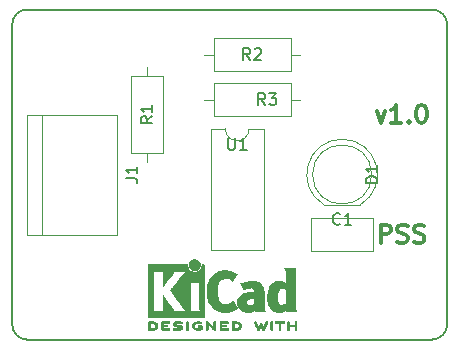
<source format=gbr>
G04 #@! TF.GenerationSoftware,KiCad,Pcbnew,5.0.2-bee76a0~70~ubuntu18.04.1*
G04 #@! TF.CreationDate,2020-12-03T10:47:44+05:30*
G04 #@! TF.ProjectId,How to make PCB,486f7720-746f-4206-9d61-6b6520504342,rev?*
G04 #@! TF.SameCoordinates,Original*
G04 #@! TF.FileFunction,Legend,Top*
G04 #@! TF.FilePolarity,Positive*
%FSLAX46Y46*%
G04 Gerber Fmt 4.6, Leading zero omitted, Abs format (unit mm)*
G04 Created by KiCad (PCBNEW 5.0.2-bee76a0~70~ubuntu18.04.1) date Thu Dec  3 10:47:44 2020*
%MOMM*%
%LPD*%
G01*
G04 APERTURE LIST*
%ADD10C,0.300000*%
%ADD11C,0.200000*%
%ADD12C,0.120000*%
%ADD13C,0.010000*%
%ADD14C,0.150000*%
G04 APERTURE END LIST*
D10*
X156928571Y-90848571D02*
X156928571Y-89348571D01*
X157500000Y-89348571D01*
X157642857Y-89420000D01*
X157714285Y-89491428D01*
X157785714Y-89634285D01*
X157785714Y-89848571D01*
X157714285Y-89991428D01*
X157642857Y-90062857D01*
X157500000Y-90134285D01*
X156928571Y-90134285D01*
X158357142Y-90777142D02*
X158571428Y-90848571D01*
X158928571Y-90848571D01*
X159071428Y-90777142D01*
X159142857Y-90705714D01*
X159214285Y-90562857D01*
X159214285Y-90420000D01*
X159142857Y-90277142D01*
X159071428Y-90205714D01*
X158928571Y-90134285D01*
X158642857Y-90062857D01*
X158500000Y-89991428D01*
X158428571Y-89920000D01*
X158357142Y-89777142D01*
X158357142Y-89634285D01*
X158428571Y-89491428D01*
X158500000Y-89420000D01*
X158642857Y-89348571D01*
X159000000Y-89348571D01*
X159214285Y-89420000D01*
X159785714Y-90777142D02*
X160000000Y-90848571D01*
X160357142Y-90848571D01*
X160500000Y-90777142D01*
X160571428Y-90705714D01*
X160642857Y-90562857D01*
X160642857Y-90420000D01*
X160571428Y-90277142D01*
X160500000Y-90205714D01*
X160357142Y-90134285D01*
X160071428Y-90062857D01*
X159928571Y-89991428D01*
X159857142Y-89920000D01*
X159785714Y-89777142D01*
X159785714Y-89634285D01*
X159857142Y-89491428D01*
X159928571Y-89420000D01*
X160071428Y-89348571D01*
X160428571Y-89348571D01*
X160642857Y-89420000D01*
X156607142Y-79688571D02*
X156964285Y-80688571D01*
X157321428Y-79688571D01*
X158678571Y-80688571D02*
X157821428Y-80688571D01*
X158250000Y-80688571D02*
X158250000Y-79188571D01*
X158107142Y-79402857D01*
X157964285Y-79545714D01*
X157821428Y-79617142D01*
X159321428Y-80545714D02*
X159392857Y-80617142D01*
X159321428Y-80688571D01*
X159250000Y-80617142D01*
X159321428Y-80545714D01*
X159321428Y-80688571D01*
X160321428Y-79188571D02*
X160464285Y-79188571D01*
X160607142Y-79260000D01*
X160678571Y-79331428D01*
X160750000Y-79474285D01*
X160821428Y-79760000D01*
X160821428Y-80117142D01*
X160750000Y-80402857D01*
X160678571Y-80545714D01*
X160607142Y-80617142D01*
X160464285Y-80688571D01*
X160321428Y-80688571D01*
X160178571Y-80617142D01*
X160107142Y-80545714D01*
X160035714Y-80402857D01*
X159964285Y-80117142D01*
X159964285Y-79760000D01*
X160035714Y-79474285D01*
X160107142Y-79331428D01*
X160178571Y-79260000D01*
X160321428Y-79188571D01*
D11*
X127000000Y-99060000D02*
X161290000Y-99060000D01*
X125730000Y-72390000D02*
X125730000Y-97790000D01*
X161290000Y-71120000D02*
X127000000Y-71120000D01*
X162560000Y-97790000D02*
X162560000Y-72390000D01*
X162560000Y-97790000D02*
G75*
G02X161290000Y-99060000I-1270000J0D01*
G01*
X127000000Y-99060000D02*
G75*
G02X125730000Y-97790000I0J1270000D01*
G01*
X125730000Y-72390000D02*
G75*
G02X127000000Y-71120000I1270000J0D01*
G01*
X161290000Y-71120000D02*
G75*
G02X162560000Y-72390000I0J-1270000D01*
G01*
D12*
G04 #@! TO.C,C1*
X151030000Y-88800000D02*
X156270000Y-88800000D01*
X151030000Y-91540000D02*
X156270000Y-91540000D01*
X151030000Y-88800000D02*
X151030000Y-91540000D01*
X156270000Y-88800000D02*
X156270000Y-91540000D01*
G04 #@! TO.C,D1*
X153670462Y-82100000D02*
G75*
G03X152125170Y-87650000I-462J-2990000D01*
G01*
X153669538Y-82100000D02*
G75*
G02X155214830Y-87650000I462J-2990000D01*
G01*
X156170000Y-85090000D02*
G75*
G03X156170000Y-85090000I-2500000J0D01*
G01*
X152125000Y-87650000D02*
X155215000Y-87650000D01*
G04 #@! TO.C,J1*
X128270000Y-90170000D02*
X128270000Y-80010000D01*
X127000000Y-90170000D02*
X134620000Y-90170000D01*
X134620000Y-90170000D02*
X134620000Y-80010000D01*
X134620000Y-80010000D02*
X127000000Y-80010000D01*
X127000000Y-80010000D02*
X127000000Y-90170000D01*
G04 #@! TO.C,R1*
X137160000Y-84050000D02*
X137160000Y-83280000D01*
X137160000Y-75970000D02*
X137160000Y-76740000D01*
X138530000Y-83280000D02*
X138530000Y-76740000D01*
X135790000Y-83280000D02*
X138530000Y-83280000D01*
X135790000Y-76740000D02*
X135790000Y-83280000D01*
X138530000Y-76740000D02*
X135790000Y-76740000D01*
G04 #@! TO.C,R2*
X149320000Y-76300000D02*
X149320000Y-73560000D01*
X149320000Y-73560000D02*
X142780000Y-73560000D01*
X142780000Y-73560000D02*
X142780000Y-76300000D01*
X142780000Y-76300000D02*
X149320000Y-76300000D01*
X150090000Y-74930000D02*
X149320000Y-74930000D01*
X142010000Y-74930000D02*
X142780000Y-74930000D01*
G04 #@! TO.C,R3*
X149320000Y-80110000D02*
X149320000Y-77370000D01*
X149320000Y-77370000D02*
X142780000Y-77370000D01*
X142780000Y-77370000D02*
X142780000Y-80110000D01*
X142780000Y-80110000D02*
X149320000Y-80110000D01*
X150090000Y-78740000D02*
X149320000Y-78740000D01*
X142010000Y-78740000D02*
X142780000Y-78740000D01*
G04 #@! TO.C,U1*
X145780000Y-81220000D02*
G75*
G02X143780000Y-81220000I-1000000J0D01*
G01*
X143780000Y-81220000D02*
X142530000Y-81220000D01*
X142530000Y-81220000D02*
X142530000Y-91500000D01*
X142530000Y-91500000D02*
X147030000Y-91500000D01*
X147030000Y-91500000D02*
X147030000Y-81220000D01*
X147030000Y-81220000D02*
X145780000Y-81220000D01*
D13*
G04 #@! TO.C,REF\002A\002A*
G36*
X141236957Y-92276571D02*
X141333232Y-92300809D01*
X141419816Y-92343641D01*
X141494627Y-92403419D01*
X141555582Y-92478494D01*
X141600601Y-92567220D01*
X141626864Y-92663530D01*
X141632714Y-92760795D01*
X141617860Y-92854654D01*
X141584160Y-92942511D01*
X141533472Y-93021770D01*
X141467655Y-93089836D01*
X141388566Y-93144112D01*
X141298066Y-93182002D01*
X141246800Y-93194426D01*
X141202302Y-93201947D01*
X141168001Y-93204919D01*
X141135040Y-93203094D01*
X141094566Y-93196225D01*
X141061469Y-93189250D01*
X140968053Y-93157741D01*
X140884381Y-93106617D01*
X140812335Y-93037429D01*
X140753800Y-92951728D01*
X140739852Y-92924489D01*
X140723414Y-92888122D01*
X140713106Y-92857582D01*
X140707540Y-92825450D01*
X140705331Y-92784307D01*
X140705052Y-92738222D01*
X140709139Y-92653865D01*
X140722554Y-92584586D01*
X140747744Y-92523961D01*
X140787154Y-92465567D01*
X140825702Y-92421302D01*
X140897594Y-92355484D01*
X140972687Y-92310053D01*
X141055438Y-92282850D01*
X141133072Y-92272576D01*
X141236957Y-92276571D01*
X141236957Y-92276571D01*
G37*
X141236957Y-92276571D02*
X141333232Y-92300809D01*
X141419816Y-92343641D01*
X141494627Y-92403419D01*
X141555582Y-92478494D01*
X141600601Y-92567220D01*
X141626864Y-92663530D01*
X141632714Y-92760795D01*
X141617860Y-92854654D01*
X141584160Y-92942511D01*
X141533472Y-93021770D01*
X141467655Y-93089836D01*
X141388566Y-93144112D01*
X141298066Y-93182002D01*
X141246800Y-93194426D01*
X141202302Y-93201947D01*
X141168001Y-93204919D01*
X141135040Y-93203094D01*
X141094566Y-93196225D01*
X141061469Y-93189250D01*
X140968053Y-93157741D01*
X140884381Y-93106617D01*
X140812335Y-93037429D01*
X140753800Y-92951728D01*
X140739852Y-92924489D01*
X140723414Y-92888122D01*
X140713106Y-92857582D01*
X140707540Y-92825450D01*
X140705331Y-92784307D01*
X140705052Y-92738222D01*
X140709139Y-92653865D01*
X140722554Y-92584586D01*
X140747744Y-92523961D01*
X140787154Y-92465567D01*
X140825702Y-92421302D01*
X140897594Y-92355484D01*
X140972687Y-92310053D01*
X141055438Y-92282850D01*
X141133072Y-92272576D01*
X141236957Y-92276571D01*
G36*
X149696507Y-94722245D02*
X149696526Y-94956662D01*
X149696552Y-95169603D01*
X149696625Y-95362168D01*
X149696782Y-95535459D01*
X149697064Y-95690576D01*
X149697509Y-95828620D01*
X149698156Y-95950692D01*
X149699045Y-96057894D01*
X149700213Y-96151326D01*
X149701701Y-96232090D01*
X149703546Y-96301286D01*
X149705789Y-96360015D01*
X149708469Y-96409379D01*
X149711623Y-96450478D01*
X149715292Y-96484413D01*
X149719513Y-96512286D01*
X149724327Y-96535198D01*
X149729773Y-96554249D01*
X149735888Y-96570540D01*
X149742712Y-96585173D01*
X149750285Y-96599249D01*
X149758645Y-96613868D01*
X149763839Y-96622974D01*
X149798104Y-96683689D01*
X148939955Y-96683689D01*
X148939955Y-96587733D01*
X148939224Y-96544370D01*
X148937272Y-96511205D01*
X148934463Y-96493424D01*
X148933221Y-96491778D01*
X148921799Y-96498662D01*
X148899084Y-96516505D01*
X148876385Y-96535879D01*
X148821800Y-96576614D01*
X148752321Y-96617617D01*
X148675270Y-96655123D01*
X148597965Y-96685364D01*
X148567113Y-96695012D01*
X148498616Y-96709578D01*
X148415764Y-96719539D01*
X148326371Y-96724583D01*
X148238248Y-96724396D01*
X148159207Y-96718666D01*
X148121511Y-96712858D01*
X147983414Y-96674797D01*
X147856113Y-96617073D01*
X147740292Y-96540211D01*
X147636637Y-96444739D01*
X147545833Y-96331179D01*
X147479031Y-96220381D01*
X147424164Y-96103625D01*
X147382163Y-95984276D01*
X147352167Y-95858283D01*
X147333311Y-95721594D01*
X147324732Y-95570158D01*
X147324006Y-95492711D01*
X147326100Y-95435934D01*
X148155217Y-95435934D01*
X148155424Y-95529002D01*
X148158337Y-95616692D01*
X148164000Y-95693772D01*
X148172455Y-95755009D01*
X148175038Y-95767350D01*
X148206840Y-95874633D01*
X148248498Y-95961658D01*
X148300363Y-96028642D01*
X148362781Y-96075805D01*
X148436100Y-96103365D01*
X148520669Y-96111541D01*
X148616835Y-96100551D01*
X148680311Y-96084829D01*
X148729454Y-96066639D01*
X148783583Y-96040791D01*
X148824244Y-96017089D01*
X148894800Y-95970721D01*
X148894800Y-94820530D01*
X148827392Y-94776962D01*
X148748867Y-94736040D01*
X148664681Y-94709389D01*
X148579557Y-94697465D01*
X148498216Y-94700722D01*
X148425380Y-94719615D01*
X148393426Y-94735184D01*
X148335501Y-94778181D01*
X148286544Y-94834953D01*
X148245390Y-94907575D01*
X148210874Y-94998121D01*
X148181833Y-95108666D01*
X148180552Y-95114533D01*
X148170381Y-95176788D01*
X148162739Y-95254594D01*
X148157670Y-95342720D01*
X148155217Y-95435934D01*
X147326100Y-95435934D01*
X147331857Y-95279895D01*
X147353802Y-95084059D01*
X147389786Y-94905332D01*
X147439759Y-94743845D01*
X147503668Y-94599726D01*
X147581462Y-94473106D01*
X147673089Y-94364115D01*
X147778497Y-94272883D01*
X147823662Y-94241932D01*
X147924611Y-94185785D01*
X148027901Y-94146174D01*
X148137989Y-94122014D01*
X148259330Y-94112219D01*
X148351836Y-94113265D01*
X148481490Y-94124231D01*
X148594084Y-94146046D01*
X148692875Y-94179714D01*
X148781121Y-94226236D01*
X148829986Y-94260448D01*
X148859353Y-94282362D01*
X148881043Y-94297333D01*
X148889253Y-94301733D01*
X148890868Y-94290904D01*
X148892159Y-94260251D01*
X148893138Y-94212526D01*
X148893817Y-94150479D01*
X148894210Y-94076862D01*
X148894330Y-93994427D01*
X148894188Y-93905925D01*
X148893797Y-93814107D01*
X148893171Y-93721724D01*
X148892320Y-93631528D01*
X148891260Y-93546271D01*
X148890001Y-93468703D01*
X148888556Y-93401576D01*
X148886938Y-93347641D01*
X148885161Y-93309650D01*
X148884669Y-93302667D01*
X148877092Y-93232251D01*
X148865531Y-93177102D01*
X148847792Y-93129981D01*
X148821682Y-93083647D01*
X148815415Y-93074067D01*
X148790983Y-93037378D01*
X149696311Y-93037378D01*
X149696507Y-94722245D01*
X149696507Y-94722245D01*
G37*
X149696507Y-94722245D02*
X149696526Y-94956662D01*
X149696552Y-95169603D01*
X149696625Y-95362168D01*
X149696782Y-95535459D01*
X149697064Y-95690576D01*
X149697509Y-95828620D01*
X149698156Y-95950692D01*
X149699045Y-96057894D01*
X149700213Y-96151326D01*
X149701701Y-96232090D01*
X149703546Y-96301286D01*
X149705789Y-96360015D01*
X149708469Y-96409379D01*
X149711623Y-96450478D01*
X149715292Y-96484413D01*
X149719513Y-96512286D01*
X149724327Y-96535198D01*
X149729773Y-96554249D01*
X149735888Y-96570540D01*
X149742712Y-96585173D01*
X149750285Y-96599249D01*
X149758645Y-96613868D01*
X149763839Y-96622974D01*
X149798104Y-96683689D01*
X148939955Y-96683689D01*
X148939955Y-96587733D01*
X148939224Y-96544370D01*
X148937272Y-96511205D01*
X148934463Y-96493424D01*
X148933221Y-96491778D01*
X148921799Y-96498662D01*
X148899084Y-96516505D01*
X148876385Y-96535879D01*
X148821800Y-96576614D01*
X148752321Y-96617617D01*
X148675270Y-96655123D01*
X148597965Y-96685364D01*
X148567113Y-96695012D01*
X148498616Y-96709578D01*
X148415764Y-96719539D01*
X148326371Y-96724583D01*
X148238248Y-96724396D01*
X148159207Y-96718666D01*
X148121511Y-96712858D01*
X147983414Y-96674797D01*
X147856113Y-96617073D01*
X147740292Y-96540211D01*
X147636637Y-96444739D01*
X147545833Y-96331179D01*
X147479031Y-96220381D01*
X147424164Y-96103625D01*
X147382163Y-95984276D01*
X147352167Y-95858283D01*
X147333311Y-95721594D01*
X147324732Y-95570158D01*
X147324006Y-95492711D01*
X147326100Y-95435934D01*
X148155217Y-95435934D01*
X148155424Y-95529002D01*
X148158337Y-95616692D01*
X148164000Y-95693772D01*
X148172455Y-95755009D01*
X148175038Y-95767350D01*
X148206840Y-95874633D01*
X148248498Y-95961658D01*
X148300363Y-96028642D01*
X148362781Y-96075805D01*
X148436100Y-96103365D01*
X148520669Y-96111541D01*
X148616835Y-96100551D01*
X148680311Y-96084829D01*
X148729454Y-96066639D01*
X148783583Y-96040791D01*
X148824244Y-96017089D01*
X148894800Y-95970721D01*
X148894800Y-94820530D01*
X148827392Y-94776962D01*
X148748867Y-94736040D01*
X148664681Y-94709389D01*
X148579557Y-94697465D01*
X148498216Y-94700722D01*
X148425380Y-94719615D01*
X148393426Y-94735184D01*
X148335501Y-94778181D01*
X148286544Y-94834953D01*
X148245390Y-94907575D01*
X148210874Y-94998121D01*
X148181833Y-95108666D01*
X148180552Y-95114533D01*
X148170381Y-95176788D01*
X148162739Y-95254594D01*
X148157670Y-95342720D01*
X148155217Y-95435934D01*
X147326100Y-95435934D01*
X147331857Y-95279895D01*
X147353802Y-95084059D01*
X147389786Y-94905332D01*
X147439759Y-94743845D01*
X147503668Y-94599726D01*
X147581462Y-94473106D01*
X147673089Y-94364115D01*
X147778497Y-94272883D01*
X147823662Y-94241932D01*
X147924611Y-94185785D01*
X148027901Y-94146174D01*
X148137989Y-94122014D01*
X148259330Y-94112219D01*
X148351836Y-94113265D01*
X148481490Y-94124231D01*
X148594084Y-94146046D01*
X148692875Y-94179714D01*
X148781121Y-94226236D01*
X148829986Y-94260448D01*
X148859353Y-94282362D01*
X148881043Y-94297333D01*
X148889253Y-94301733D01*
X148890868Y-94290904D01*
X148892159Y-94260251D01*
X148893138Y-94212526D01*
X148893817Y-94150479D01*
X148894210Y-94076862D01*
X148894330Y-93994427D01*
X148894188Y-93905925D01*
X148893797Y-93814107D01*
X148893171Y-93721724D01*
X148892320Y-93631528D01*
X148891260Y-93546271D01*
X148890001Y-93468703D01*
X148888556Y-93401576D01*
X148886938Y-93347641D01*
X148885161Y-93309650D01*
X148884669Y-93302667D01*
X148877092Y-93232251D01*
X148865531Y-93177102D01*
X148847792Y-93129981D01*
X148821682Y-93083647D01*
X148815415Y-93074067D01*
X148790983Y-93037378D01*
X149696311Y-93037378D01*
X149696507Y-94722245D01*
G36*
X146183574Y-94116552D02*
X146335492Y-94136567D01*
X146470756Y-94170202D01*
X146590239Y-94217725D01*
X146694815Y-94279405D01*
X146772424Y-94342965D01*
X146841265Y-94417099D01*
X146895006Y-94496871D01*
X146937910Y-94589091D01*
X146953384Y-94632161D01*
X146966244Y-94671142D01*
X146977446Y-94707289D01*
X146987120Y-94742434D01*
X146995396Y-94778410D01*
X147002403Y-94817050D01*
X147008272Y-94860185D01*
X147013131Y-94909649D01*
X147017110Y-94967273D01*
X147020340Y-95034891D01*
X147022949Y-95114334D01*
X147025067Y-95207436D01*
X147026824Y-95316027D01*
X147028349Y-95441942D01*
X147029772Y-95587012D01*
X147031025Y-95729778D01*
X147032351Y-95885968D01*
X147033556Y-96021239D01*
X147034766Y-96137246D01*
X147036106Y-96235645D01*
X147037700Y-96318093D01*
X147039675Y-96386246D01*
X147042156Y-96441760D01*
X147045269Y-96486292D01*
X147049138Y-96521498D01*
X147053889Y-96549034D01*
X147059648Y-96570556D01*
X147066539Y-96587722D01*
X147074689Y-96602186D01*
X147084223Y-96615606D01*
X147095266Y-96629638D01*
X147099566Y-96635071D01*
X147115386Y-96657910D01*
X147122422Y-96673463D01*
X147122444Y-96673922D01*
X147111567Y-96676121D01*
X147080582Y-96678147D01*
X147031957Y-96679942D01*
X146968163Y-96681451D01*
X146891669Y-96682616D01*
X146804944Y-96683380D01*
X146710457Y-96683686D01*
X146699550Y-96683689D01*
X146276657Y-96683689D01*
X146273395Y-96587622D01*
X146270133Y-96491556D01*
X146208044Y-96542543D01*
X146110714Y-96610057D01*
X146000813Y-96664749D01*
X145914349Y-96694978D01*
X145845278Y-96709666D01*
X145761925Y-96719659D01*
X145672159Y-96724646D01*
X145583845Y-96724313D01*
X145504851Y-96718351D01*
X145468622Y-96712638D01*
X145328603Y-96674776D01*
X145202178Y-96619932D01*
X145090260Y-96548924D01*
X144993762Y-96462568D01*
X144913600Y-96361679D01*
X144850687Y-96247076D01*
X144806312Y-96120984D01*
X144793978Y-96064401D01*
X144786368Y-96002202D01*
X144782739Y-95927363D01*
X144782245Y-95893467D01*
X144782310Y-95890282D01*
X145542248Y-95890282D01*
X145551541Y-95965333D01*
X145579728Y-96029160D01*
X145628197Y-96084798D01*
X145633254Y-96089211D01*
X145681548Y-96124037D01*
X145733257Y-96146620D01*
X145793989Y-96158540D01*
X145869352Y-96161383D01*
X145887459Y-96160978D01*
X145941278Y-96158325D01*
X145981308Y-96152909D01*
X146016324Y-96142745D01*
X146055103Y-96125850D01*
X146065745Y-96120672D01*
X146126396Y-96084844D01*
X146173215Y-96042212D01*
X146185952Y-96026973D01*
X146230622Y-95970462D01*
X146230622Y-95774586D01*
X146230086Y-95695939D01*
X146228396Y-95637988D01*
X146225428Y-95598875D01*
X146221057Y-95576741D01*
X146216972Y-95570274D01*
X146201047Y-95567111D01*
X146167264Y-95564488D01*
X146120340Y-95562655D01*
X146064993Y-95561857D01*
X146056106Y-95561842D01*
X145935330Y-95567096D01*
X145832660Y-95583263D01*
X145746106Y-95610961D01*
X145673681Y-95650808D01*
X145618751Y-95697758D01*
X145574204Y-95755645D01*
X145549480Y-95818693D01*
X145542248Y-95890282D01*
X144782310Y-95890282D01*
X144784178Y-95799712D01*
X144792522Y-95720812D01*
X144808768Y-95649590D01*
X144834405Y-95578864D01*
X144858401Y-95526493D01*
X144917020Y-95431196D01*
X144995117Y-95343170D01*
X145090315Y-95264017D01*
X145200238Y-95195340D01*
X145322510Y-95138741D01*
X145454755Y-95095821D01*
X145519422Y-95080882D01*
X145655604Y-95058777D01*
X145804049Y-95044194D01*
X145955505Y-95037813D01*
X146082064Y-95039445D01*
X146243950Y-95046224D01*
X146236530Y-94987245D01*
X146217238Y-94888092D01*
X146186104Y-94807372D01*
X146142269Y-94744466D01*
X146084871Y-94698756D01*
X146013048Y-94669622D01*
X145925941Y-94656447D01*
X145822686Y-94658611D01*
X145784711Y-94662612D01*
X145643520Y-94687780D01*
X145506707Y-94728814D01*
X145412178Y-94766815D01*
X145367018Y-94786190D01*
X145328585Y-94801760D01*
X145302234Y-94811405D01*
X145294546Y-94813452D01*
X145284802Y-94804374D01*
X145268083Y-94775405D01*
X145244232Y-94726217D01*
X145213093Y-94656484D01*
X145174507Y-94565879D01*
X145167910Y-94550089D01*
X145137853Y-94477772D01*
X145110874Y-94412425D01*
X145088136Y-94356906D01*
X145070806Y-94314072D01*
X145060048Y-94286781D01*
X145056941Y-94277942D01*
X145066940Y-94273187D01*
X145093217Y-94267910D01*
X145121489Y-94264231D01*
X145151646Y-94259474D01*
X145199433Y-94250028D01*
X145260612Y-94236820D01*
X145330946Y-94220776D01*
X145406194Y-94202820D01*
X145434755Y-94195797D01*
X145539816Y-94170209D01*
X145627480Y-94150147D01*
X145702068Y-94134969D01*
X145767903Y-94124035D01*
X145829307Y-94116704D01*
X145890602Y-94112335D01*
X145956110Y-94110287D01*
X146014128Y-94109889D01*
X146183574Y-94116552D01*
X146183574Y-94116552D01*
G37*
X146183574Y-94116552D02*
X146335492Y-94136567D01*
X146470756Y-94170202D01*
X146590239Y-94217725D01*
X146694815Y-94279405D01*
X146772424Y-94342965D01*
X146841265Y-94417099D01*
X146895006Y-94496871D01*
X146937910Y-94589091D01*
X146953384Y-94632161D01*
X146966244Y-94671142D01*
X146977446Y-94707289D01*
X146987120Y-94742434D01*
X146995396Y-94778410D01*
X147002403Y-94817050D01*
X147008272Y-94860185D01*
X147013131Y-94909649D01*
X147017110Y-94967273D01*
X147020340Y-95034891D01*
X147022949Y-95114334D01*
X147025067Y-95207436D01*
X147026824Y-95316027D01*
X147028349Y-95441942D01*
X147029772Y-95587012D01*
X147031025Y-95729778D01*
X147032351Y-95885968D01*
X147033556Y-96021239D01*
X147034766Y-96137246D01*
X147036106Y-96235645D01*
X147037700Y-96318093D01*
X147039675Y-96386246D01*
X147042156Y-96441760D01*
X147045269Y-96486292D01*
X147049138Y-96521498D01*
X147053889Y-96549034D01*
X147059648Y-96570556D01*
X147066539Y-96587722D01*
X147074689Y-96602186D01*
X147084223Y-96615606D01*
X147095266Y-96629638D01*
X147099566Y-96635071D01*
X147115386Y-96657910D01*
X147122422Y-96673463D01*
X147122444Y-96673922D01*
X147111567Y-96676121D01*
X147080582Y-96678147D01*
X147031957Y-96679942D01*
X146968163Y-96681451D01*
X146891669Y-96682616D01*
X146804944Y-96683380D01*
X146710457Y-96683686D01*
X146699550Y-96683689D01*
X146276657Y-96683689D01*
X146273395Y-96587622D01*
X146270133Y-96491556D01*
X146208044Y-96542543D01*
X146110714Y-96610057D01*
X146000813Y-96664749D01*
X145914349Y-96694978D01*
X145845278Y-96709666D01*
X145761925Y-96719659D01*
X145672159Y-96724646D01*
X145583845Y-96724313D01*
X145504851Y-96718351D01*
X145468622Y-96712638D01*
X145328603Y-96674776D01*
X145202178Y-96619932D01*
X145090260Y-96548924D01*
X144993762Y-96462568D01*
X144913600Y-96361679D01*
X144850687Y-96247076D01*
X144806312Y-96120984D01*
X144793978Y-96064401D01*
X144786368Y-96002202D01*
X144782739Y-95927363D01*
X144782245Y-95893467D01*
X144782310Y-95890282D01*
X145542248Y-95890282D01*
X145551541Y-95965333D01*
X145579728Y-96029160D01*
X145628197Y-96084798D01*
X145633254Y-96089211D01*
X145681548Y-96124037D01*
X145733257Y-96146620D01*
X145793989Y-96158540D01*
X145869352Y-96161383D01*
X145887459Y-96160978D01*
X145941278Y-96158325D01*
X145981308Y-96152909D01*
X146016324Y-96142745D01*
X146055103Y-96125850D01*
X146065745Y-96120672D01*
X146126396Y-96084844D01*
X146173215Y-96042212D01*
X146185952Y-96026973D01*
X146230622Y-95970462D01*
X146230622Y-95774586D01*
X146230086Y-95695939D01*
X146228396Y-95637988D01*
X146225428Y-95598875D01*
X146221057Y-95576741D01*
X146216972Y-95570274D01*
X146201047Y-95567111D01*
X146167264Y-95564488D01*
X146120340Y-95562655D01*
X146064993Y-95561857D01*
X146056106Y-95561842D01*
X145935330Y-95567096D01*
X145832660Y-95583263D01*
X145746106Y-95610961D01*
X145673681Y-95650808D01*
X145618751Y-95697758D01*
X145574204Y-95755645D01*
X145549480Y-95818693D01*
X145542248Y-95890282D01*
X144782310Y-95890282D01*
X144784178Y-95799712D01*
X144792522Y-95720812D01*
X144808768Y-95649590D01*
X144834405Y-95578864D01*
X144858401Y-95526493D01*
X144917020Y-95431196D01*
X144995117Y-95343170D01*
X145090315Y-95264017D01*
X145200238Y-95195340D01*
X145322510Y-95138741D01*
X145454755Y-95095821D01*
X145519422Y-95080882D01*
X145655604Y-95058777D01*
X145804049Y-95044194D01*
X145955505Y-95037813D01*
X146082064Y-95039445D01*
X146243950Y-95046224D01*
X146236530Y-94987245D01*
X146217238Y-94888092D01*
X146186104Y-94807372D01*
X146142269Y-94744466D01*
X146084871Y-94698756D01*
X146013048Y-94669622D01*
X145925941Y-94656447D01*
X145822686Y-94658611D01*
X145784711Y-94662612D01*
X145643520Y-94687780D01*
X145506707Y-94728814D01*
X145412178Y-94766815D01*
X145367018Y-94786190D01*
X145328585Y-94801760D01*
X145302234Y-94811405D01*
X145294546Y-94813452D01*
X145284802Y-94804374D01*
X145268083Y-94775405D01*
X145244232Y-94726217D01*
X145213093Y-94656484D01*
X145174507Y-94565879D01*
X145167910Y-94550089D01*
X145137853Y-94477772D01*
X145110874Y-94412425D01*
X145088136Y-94356906D01*
X145070806Y-94314072D01*
X145060048Y-94286781D01*
X145056941Y-94277942D01*
X145066940Y-94273187D01*
X145093217Y-94267910D01*
X145121489Y-94264231D01*
X145151646Y-94259474D01*
X145199433Y-94250028D01*
X145260612Y-94236820D01*
X145330946Y-94220776D01*
X145406194Y-94202820D01*
X145434755Y-94195797D01*
X145539816Y-94170209D01*
X145627480Y-94150147D01*
X145702068Y-94134969D01*
X145767903Y-94124035D01*
X145829307Y-94116704D01*
X145890602Y-94112335D01*
X145956110Y-94110287D01*
X146014128Y-94109889D01*
X146183574Y-94116552D01*
G36*
X143838429Y-93199071D02*
X143998570Y-93220245D01*
X144162510Y-93260385D01*
X144332313Y-93319889D01*
X144510043Y-93399154D01*
X144521310Y-93404699D01*
X144579005Y-93432725D01*
X144630552Y-93456802D01*
X144672191Y-93475249D01*
X144700162Y-93486386D01*
X144709733Y-93488933D01*
X144728950Y-93493941D01*
X144733561Y-93498147D01*
X144728458Y-93508580D01*
X144712418Y-93534868D01*
X144687288Y-93574257D01*
X144654914Y-93623991D01*
X144617143Y-93681315D01*
X144575822Y-93743476D01*
X144532798Y-93807718D01*
X144489917Y-93871285D01*
X144449026Y-93931425D01*
X144411971Y-93985380D01*
X144380600Y-94030397D01*
X144356759Y-94063721D01*
X144342294Y-94082597D01*
X144340309Y-94084787D01*
X144330191Y-94080138D01*
X144307850Y-94062962D01*
X144277280Y-94036440D01*
X144261536Y-94021964D01*
X144165047Y-93946682D01*
X144058336Y-93891241D01*
X143942832Y-93856141D01*
X143819962Y-93841880D01*
X143750561Y-93843051D01*
X143629423Y-93860212D01*
X143520205Y-93896094D01*
X143422582Y-93950959D01*
X143336228Y-94025070D01*
X143260815Y-94118688D01*
X143196018Y-94232076D01*
X143158601Y-94318667D01*
X143114748Y-94454366D01*
X143082428Y-94601850D01*
X143061557Y-94757314D01*
X143052051Y-94916956D01*
X143053827Y-95076973D01*
X143066803Y-95233561D01*
X143090894Y-95382918D01*
X143126018Y-95521240D01*
X143172092Y-95644724D01*
X143188373Y-95678978D01*
X143256620Y-95793064D01*
X143337079Y-95889557D01*
X143428570Y-95967670D01*
X143529911Y-96026617D01*
X143639920Y-96065612D01*
X143757415Y-96083868D01*
X143798883Y-96085211D01*
X143920441Y-96074290D01*
X144040878Y-96041474D01*
X144158666Y-95987439D01*
X144272277Y-95912865D01*
X144363685Y-95834539D01*
X144410215Y-95790008D01*
X144591483Y-96087271D01*
X144636580Y-96161433D01*
X144677819Y-96229646D01*
X144713735Y-96289459D01*
X144742866Y-96338420D01*
X144763750Y-96374079D01*
X144774924Y-96393984D01*
X144776375Y-96397079D01*
X144768146Y-96406718D01*
X144742567Y-96423999D01*
X144702873Y-96447283D01*
X144652297Y-96474934D01*
X144594074Y-96505315D01*
X144531437Y-96536790D01*
X144467621Y-96567722D01*
X144405860Y-96596473D01*
X144349388Y-96621408D01*
X144301438Y-96640889D01*
X144277986Y-96649318D01*
X144144221Y-96687133D01*
X144006327Y-96712136D01*
X143858622Y-96725140D01*
X143731833Y-96727468D01*
X143663878Y-96726373D01*
X143598277Y-96724275D01*
X143540847Y-96721434D01*
X143497403Y-96718106D01*
X143483298Y-96716422D01*
X143344284Y-96687587D01*
X143202757Y-96642468D01*
X143065275Y-96583750D01*
X142938394Y-96514120D01*
X142860889Y-96461441D01*
X142733481Y-96353239D01*
X142615178Y-96226671D01*
X142508172Y-96084866D01*
X142414652Y-95930951D01*
X142336810Y-95768053D01*
X142292956Y-95650756D01*
X142242708Y-95467128D01*
X142209209Y-95272581D01*
X142192449Y-95071325D01*
X142192416Y-94867568D01*
X142209101Y-94665521D01*
X142242493Y-94469392D01*
X142292580Y-94283391D01*
X142296397Y-94271803D01*
X142359281Y-94109750D01*
X142436028Y-93961832D01*
X142529242Y-93823865D01*
X142641527Y-93691661D01*
X142685392Y-93646399D01*
X142821534Y-93522457D01*
X142961491Y-93419915D01*
X143107411Y-93337656D01*
X143261442Y-93274564D01*
X143425732Y-93229523D01*
X143521289Y-93212033D01*
X143680023Y-93196466D01*
X143838429Y-93199071D01*
X143838429Y-93199071D01*
G37*
X143838429Y-93199071D02*
X143998570Y-93220245D01*
X144162510Y-93260385D01*
X144332313Y-93319889D01*
X144510043Y-93399154D01*
X144521310Y-93404699D01*
X144579005Y-93432725D01*
X144630552Y-93456802D01*
X144672191Y-93475249D01*
X144700162Y-93486386D01*
X144709733Y-93488933D01*
X144728950Y-93493941D01*
X144733561Y-93498147D01*
X144728458Y-93508580D01*
X144712418Y-93534868D01*
X144687288Y-93574257D01*
X144654914Y-93623991D01*
X144617143Y-93681315D01*
X144575822Y-93743476D01*
X144532798Y-93807718D01*
X144489917Y-93871285D01*
X144449026Y-93931425D01*
X144411971Y-93985380D01*
X144380600Y-94030397D01*
X144356759Y-94063721D01*
X144342294Y-94082597D01*
X144340309Y-94084787D01*
X144330191Y-94080138D01*
X144307850Y-94062962D01*
X144277280Y-94036440D01*
X144261536Y-94021964D01*
X144165047Y-93946682D01*
X144058336Y-93891241D01*
X143942832Y-93856141D01*
X143819962Y-93841880D01*
X143750561Y-93843051D01*
X143629423Y-93860212D01*
X143520205Y-93896094D01*
X143422582Y-93950959D01*
X143336228Y-94025070D01*
X143260815Y-94118688D01*
X143196018Y-94232076D01*
X143158601Y-94318667D01*
X143114748Y-94454366D01*
X143082428Y-94601850D01*
X143061557Y-94757314D01*
X143052051Y-94916956D01*
X143053827Y-95076973D01*
X143066803Y-95233561D01*
X143090894Y-95382918D01*
X143126018Y-95521240D01*
X143172092Y-95644724D01*
X143188373Y-95678978D01*
X143256620Y-95793064D01*
X143337079Y-95889557D01*
X143428570Y-95967670D01*
X143529911Y-96026617D01*
X143639920Y-96065612D01*
X143757415Y-96083868D01*
X143798883Y-96085211D01*
X143920441Y-96074290D01*
X144040878Y-96041474D01*
X144158666Y-95987439D01*
X144272277Y-95912865D01*
X144363685Y-95834539D01*
X144410215Y-95790008D01*
X144591483Y-96087271D01*
X144636580Y-96161433D01*
X144677819Y-96229646D01*
X144713735Y-96289459D01*
X144742866Y-96338420D01*
X144763750Y-96374079D01*
X144774924Y-96393984D01*
X144776375Y-96397079D01*
X144768146Y-96406718D01*
X144742567Y-96423999D01*
X144702873Y-96447283D01*
X144652297Y-96474934D01*
X144594074Y-96505315D01*
X144531437Y-96536790D01*
X144467621Y-96567722D01*
X144405860Y-96596473D01*
X144349388Y-96621408D01*
X144301438Y-96640889D01*
X144277986Y-96649318D01*
X144144221Y-96687133D01*
X144006327Y-96712136D01*
X143858622Y-96725140D01*
X143731833Y-96727468D01*
X143663878Y-96726373D01*
X143598277Y-96724275D01*
X143540847Y-96721434D01*
X143497403Y-96718106D01*
X143483298Y-96716422D01*
X143344284Y-96687587D01*
X143202757Y-96642468D01*
X143065275Y-96583750D01*
X142938394Y-96514120D01*
X142860889Y-96461441D01*
X142733481Y-96353239D01*
X142615178Y-96226671D01*
X142508172Y-96084866D01*
X142414652Y-95930951D01*
X142336810Y-95768053D01*
X142292956Y-95650756D01*
X142242708Y-95467128D01*
X142209209Y-95272581D01*
X142192449Y-95071325D01*
X142192416Y-94867568D01*
X142209101Y-94665521D01*
X142242493Y-94469392D01*
X142292580Y-94283391D01*
X142296397Y-94271803D01*
X142359281Y-94109750D01*
X142436028Y-93961832D01*
X142529242Y-93823865D01*
X142641527Y-93691661D01*
X142685392Y-93646399D01*
X142821534Y-93522457D01*
X142961491Y-93419915D01*
X143107411Y-93337656D01*
X143261442Y-93274564D01*
X143425732Y-93229523D01*
X143521289Y-93212033D01*
X143680023Y-93196466D01*
X143838429Y-93199071D01*
G36*
X140563600Y-92739054D02*
X140574465Y-92852993D01*
X140606082Y-92960616D01*
X140656985Y-93059615D01*
X140725707Y-93147684D01*
X140810781Y-93222516D01*
X140907768Y-93280384D01*
X141014036Y-93320005D01*
X141121050Y-93338573D01*
X141226700Y-93337434D01*
X141328875Y-93317930D01*
X141425466Y-93281406D01*
X141514362Y-93229205D01*
X141593454Y-93162673D01*
X141660631Y-93083152D01*
X141713783Y-92991987D01*
X141750801Y-92890523D01*
X141769573Y-92780102D01*
X141771511Y-92730206D01*
X141771511Y-92642267D01*
X141823440Y-92642267D01*
X141859747Y-92645111D01*
X141886645Y-92656911D01*
X141913751Y-92680649D01*
X141952133Y-92719031D01*
X141952133Y-94910602D01*
X141952124Y-95172739D01*
X141952092Y-95413241D01*
X141952028Y-95633048D01*
X141951924Y-95833101D01*
X141951773Y-96014344D01*
X141951566Y-96177716D01*
X141951294Y-96324160D01*
X141950950Y-96454617D01*
X141950526Y-96570029D01*
X141950013Y-96671338D01*
X141949403Y-96759484D01*
X141948688Y-96835410D01*
X141947860Y-96900057D01*
X141946911Y-96954367D01*
X141945833Y-96999280D01*
X141944617Y-97035740D01*
X141943255Y-97064687D01*
X141941739Y-97087063D01*
X141940062Y-97103809D01*
X141938214Y-97115868D01*
X141936187Y-97124180D01*
X141933975Y-97129687D01*
X141932892Y-97131537D01*
X141928729Y-97138549D01*
X141925195Y-97144996D01*
X141921365Y-97150900D01*
X141916318Y-97156286D01*
X141909129Y-97161178D01*
X141898877Y-97165598D01*
X141884636Y-97169572D01*
X141865486Y-97173121D01*
X141840501Y-97176270D01*
X141808760Y-97179042D01*
X141769338Y-97181461D01*
X141721314Y-97183551D01*
X141663763Y-97185335D01*
X141595763Y-97186837D01*
X141516390Y-97188080D01*
X141424721Y-97189089D01*
X141319834Y-97189885D01*
X141200804Y-97190494D01*
X141066710Y-97190939D01*
X140916627Y-97191243D01*
X140749633Y-97191430D01*
X140564804Y-97191524D01*
X140361217Y-97191548D01*
X140137950Y-97191525D01*
X139894078Y-97191480D01*
X139628679Y-97191437D01*
X139590296Y-97191432D01*
X139323318Y-97191389D01*
X139077998Y-97191318D01*
X138853417Y-97191213D01*
X138648655Y-97191066D01*
X138462794Y-97190869D01*
X138294912Y-97190616D01*
X138144092Y-97190300D01*
X138009413Y-97189913D01*
X137889956Y-97189447D01*
X137784801Y-97188897D01*
X137693029Y-97188253D01*
X137613721Y-97187511D01*
X137545957Y-97186661D01*
X137488818Y-97185697D01*
X137441383Y-97184611D01*
X137402734Y-97183397D01*
X137371951Y-97182047D01*
X137348115Y-97180555D01*
X137330306Y-97178911D01*
X137317605Y-97177111D01*
X137309092Y-97175145D01*
X137304734Y-97173477D01*
X137296272Y-97169906D01*
X137288503Y-97167270D01*
X137281398Y-97164634D01*
X137274927Y-97161062D01*
X137269061Y-97155621D01*
X137263771Y-97147375D01*
X137259026Y-97135390D01*
X137254798Y-97118731D01*
X137251057Y-97096463D01*
X137247773Y-97067652D01*
X137244917Y-97031363D01*
X137242460Y-96986661D01*
X137240371Y-96932611D01*
X137238622Y-96868279D01*
X137237183Y-96792730D01*
X137236024Y-96705030D01*
X137235117Y-96604243D01*
X137234431Y-96489434D01*
X137233937Y-96359670D01*
X137233605Y-96214015D01*
X137233407Y-96051535D01*
X137233313Y-95871295D01*
X137233292Y-95672360D01*
X137233315Y-95453796D01*
X137233354Y-95214668D01*
X137233378Y-94954040D01*
X137233378Y-94911889D01*
X137233364Y-94648992D01*
X137233339Y-94407732D01*
X137233329Y-94187165D01*
X137233358Y-93986352D01*
X137233452Y-93804349D01*
X137233638Y-93640216D01*
X137233941Y-93493011D01*
X137234386Y-93361792D01*
X137234966Y-93251867D01*
X137537803Y-93251867D01*
X137577593Y-93309711D01*
X137588764Y-93325479D01*
X137598834Y-93339441D01*
X137607862Y-93352784D01*
X137615903Y-93366693D01*
X137623014Y-93382356D01*
X137629253Y-93400958D01*
X137634675Y-93423686D01*
X137639338Y-93451727D01*
X137643299Y-93486267D01*
X137646615Y-93528492D01*
X137649341Y-93579589D01*
X137651536Y-93640744D01*
X137653255Y-93713144D01*
X137654556Y-93797975D01*
X137655495Y-93896422D01*
X137656130Y-94009674D01*
X137656516Y-94138916D01*
X137656712Y-94285334D01*
X137656773Y-94450116D01*
X137656757Y-94634447D01*
X137656720Y-94839513D01*
X137656711Y-94962133D01*
X137656735Y-95179082D01*
X137656769Y-95374642D01*
X137656757Y-95549999D01*
X137656642Y-95706341D01*
X137656370Y-95844857D01*
X137655882Y-95966734D01*
X137655124Y-96073160D01*
X137654038Y-96165322D01*
X137652569Y-96244409D01*
X137650660Y-96311608D01*
X137648256Y-96368107D01*
X137645299Y-96415093D01*
X137641734Y-96453755D01*
X137637505Y-96485280D01*
X137632554Y-96510855D01*
X137626827Y-96531670D01*
X137620267Y-96548911D01*
X137612817Y-96563765D01*
X137604421Y-96577422D01*
X137595024Y-96591069D01*
X137584568Y-96605893D01*
X137578477Y-96614783D01*
X137539704Y-96672400D01*
X138071268Y-96672400D01*
X138194517Y-96672365D01*
X138297013Y-96672215D01*
X138380580Y-96671878D01*
X138447044Y-96671286D01*
X138498229Y-96670367D01*
X138535959Y-96669051D01*
X138562060Y-96667269D01*
X138578356Y-96664951D01*
X138586672Y-96662026D01*
X138588832Y-96658424D01*
X138586661Y-96654075D01*
X138585465Y-96652645D01*
X138560315Y-96615573D01*
X138534417Y-96562772D01*
X138510808Y-96500770D01*
X138502539Y-96474357D01*
X138497922Y-96456416D01*
X138494021Y-96435355D01*
X138490752Y-96409089D01*
X138488034Y-96375532D01*
X138485785Y-96332599D01*
X138483923Y-96278204D01*
X138482364Y-96210262D01*
X138481028Y-96126688D01*
X138479831Y-96025395D01*
X138478692Y-95904300D01*
X138478315Y-95859600D01*
X138477298Y-95734449D01*
X138476540Y-95630082D01*
X138476097Y-95544707D01*
X138476030Y-95476533D01*
X138476395Y-95423765D01*
X138477252Y-95384614D01*
X138478659Y-95357285D01*
X138480675Y-95339986D01*
X138483357Y-95330926D01*
X138486764Y-95328312D01*
X138490956Y-95330351D01*
X138495429Y-95334667D01*
X138505784Y-95347602D01*
X138527842Y-95376676D01*
X138560043Y-95419759D01*
X138600826Y-95474718D01*
X138648630Y-95539423D01*
X138701895Y-95611742D01*
X138759060Y-95689544D01*
X138818563Y-95770698D01*
X138878845Y-95853072D01*
X138938345Y-95934536D01*
X138995502Y-96012957D01*
X139048755Y-96086204D01*
X139096543Y-96152147D01*
X139137307Y-96208654D01*
X139169484Y-96253593D01*
X139191515Y-96284834D01*
X139196083Y-96291466D01*
X139219004Y-96328369D01*
X139245812Y-96376359D01*
X139271211Y-96425897D01*
X139274432Y-96432577D01*
X139296110Y-96480772D01*
X139308696Y-96518334D01*
X139314426Y-96554160D01*
X139315544Y-96596200D01*
X139314910Y-96672400D01*
X140469349Y-96672400D01*
X140378185Y-96578669D01*
X140331388Y-96528775D01*
X140281101Y-96472295D01*
X140235056Y-96418026D01*
X140214631Y-96392673D01*
X140184193Y-96353128D01*
X140144138Y-96299916D01*
X140095639Y-96234667D01*
X140039865Y-96159011D01*
X139977989Y-96074577D01*
X139911181Y-95982994D01*
X139840613Y-95885892D01*
X139767455Y-95784901D01*
X139692879Y-95681650D01*
X139618056Y-95577768D01*
X139544157Y-95474885D01*
X139472354Y-95374631D01*
X139403816Y-95278636D01*
X139339716Y-95188527D01*
X139281225Y-95105936D01*
X139229514Y-95032492D01*
X139185753Y-94969824D01*
X139151115Y-94919561D01*
X139126770Y-94883334D01*
X139113889Y-94862771D01*
X139112131Y-94858668D01*
X139120090Y-94847342D01*
X139140885Y-94820162D01*
X139173153Y-94778829D01*
X139215530Y-94725044D01*
X139266653Y-94660506D01*
X139325159Y-94586918D01*
X139389686Y-94505978D01*
X139458869Y-94419388D01*
X139531347Y-94328848D01*
X139605754Y-94236060D01*
X139665483Y-94161702D01*
X140676489Y-94161702D01*
X140682398Y-94174659D01*
X140696728Y-94196908D01*
X140697775Y-94198391D01*
X140716562Y-94228544D01*
X140736209Y-94265375D01*
X140740108Y-94273511D01*
X140743644Y-94281940D01*
X140746770Y-94292059D01*
X140749514Y-94305260D01*
X140751908Y-94322938D01*
X140753981Y-94346484D01*
X140755765Y-94377293D01*
X140757288Y-94416757D01*
X140758581Y-94466269D01*
X140759674Y-94527223D01*
X140760597Y-94601011D01*
X140761381Y-94689028D01*
X140762055Y-94792665D01*
X140762650Y-94913316D01*
X140763195Y-95052374D01*
X140763721Y-95211232D01*
X140764255Y-95390089D01*
X140764794Y-95575207D01*
X140765228Y-95739145D01*
X140765491Y-95883303D01*
X140765516Y-96009079D01*
X140765235Y-96117871D01*
X140764581Y-96211077D01*
X140763486Y-96290097D01*
X140761882Y-96356328D01*
X140759703Y-96411170D01*
X140756881Y-96456021D01*
X140753349Y-96492278D01*
X140749039Y-96521341D01*
X140743883Y-96544609D01*
X140737815Y-96563479D01*
X140730767Y-96579351D01*
X140722671Y-96593622D01*
X140713460Y-96607691D01*
X140704960Y-96620158D01*
X140687824Y-96646452D01*
X140677678Y-96664037D01*
X140676489Y-96667257D01*
X140687396Y-96668334D01*
X140718589Y-96669335D01*
X140767777Y-96670235D01*
X140832667Y-96671010D01*
X140910970Y-96671637D01*
X141000393Y-96672091D01*
X141098644Y-96672349D01*
X141167555Y-96672400D01*
X141272548Y-96672180D01*
X141369390Y-96671548D01*
X141455893Y-96670549D01*
X141529868Y-96669227D01*
X141589126Y-96667626D01*
X141631480Y-96665791D01*
X141654740Y-96663765D01*
X141658622Y-96662493D01*
X141650924Y-96647591D01*
X141642926Y-96639560D01*
X141629754Y-96622434D01*
X141612515Y-96592183D01*
X141600593Y-96567622D01*
X141573955Y-96508711D01*
X141570880Y-95331845D01*
X141567805Y-94154978D01*
X141122147Y-94154978D01*
X141024330Y-94155142D01*
X140933936Y-94155611D01*
X140853370Y-94156347D01*
X140785038Y-94157316D01*
X140731344Y-94158480D01*
X140694695Y-94159803D01*
X140677496Y-94161249D01*
X140676489Y-94161702D01*
X139665483Y-94161702D01*
X139680730Y-94142722D01*
X139754910Y-94050537D01*
X139826931Y-93961204D01*
X139895431Y-93876424D01*
X139959045Y-93797898D01*
X140016412Y-93727326D01*
X140066167Y-93666409D01*
X140106948Y-93616847D01*
X140124112Y-93596178D01*
X140210404Y-93495516D01*
X140287003Y-93412259D01*
X140355817Y-93344438D01*
X140418752Y-93290089D01*
X140428133Y-93282722D01*
X140467644Y-93252117D01*
X139335884Y-93251867D01*
X139341173Y-93299844D01*
X139337870Y-93357188D01*
X139316339Y-93425463D01*
X139276365Y-93505212D01*
X139231057Y-93577495D01*
X139214839Y-93600140D01*
X139186786Y-93637696D01*
X139148570Y-93688021D01*
X139101863Y-93748973D01*
X139048339Y-93818411D01*
X138989669Y-93894194D01*
X138927525Y-93974180D01*
X138863579Y-94056228D01*
X138799505Y-94138196D01*
X138736973Y-94217943D01*
X138677657Y-94293327D01*
X138623229Y-94362207D01*
X138575361Y-94422442D01*
X138535725Y-94471889D01*
X138505994Y-94508408D01*
X138487839Y-94529858D01*
X138484780Y-94533156D01*
X138481921Y-94525149D01*
X138479707Y-94494855D01*
X138478143Y-94442556D01*
X138477233Y-94368531D01*
X138476980Y-94273063D01*
X138477387Y-94156434D01*
X138478296Y-94036445D01*
X138479618Y-93904333D01*
X138481143Y-93792594D01*
X138483119Y-93699025D01*
X138485794Y-93621419D01*
X138489418Y-93557574D01*
X138494239Y-93505283D01*
X138500506Y-93462344D01*
X138508468Y-93426551D01*
X138518373Y-93395700D01*
X138530469Y-93367586D01*
X138545007Y-93340005D01*
X138559689Y-93314966D01*
X138597686Y-93251867D01*
X137537803Y-93251867D01*
X137234966Y-93251867D01*
X137234999Y-93245617D01*
X137235805Y-93143544D01*
X137236830Y-93054633D01*
X137238100Y-92977941D01*
X137239640Y-92912527D01*
X137241476Y-92857449D01*
X137243633Y-92811765D01*
X137246137Y-92774534D01*
X137249013Y-92744813D01*
X137252287Y-92721662D01*
X137255985Y-92704139D01*
X137260131Y-92691301D01*
X137264753Y-92682208D01*
X137269874Y-92675918D01*
X137275522Y-92671488D01*
X137281721Y-92667978D01*
X137288496Y-92664445D01*
X137294492Y-92660876D01*
X137299725Y-92658300D01*
X137307901Y-92655972D01*
X137320114Y-92653878D01*
X137337459Y-92652007D01*
X137361031Y-92650347D01*
X137391923Y-92648884D01*
X137431232Y-92647608D01*
X137480050Y-92646504D01*
X137539473Y-92645561D01*
X137610596Y-92644767D01*
X137694512Y-92644109D01*
X137792317Y-92643575D01*
X137905106Y-92643153D01*
X138033971Y-92642829D01*
X138180009Y-92642592D01*
X138344314Y-92642430D01*
X138527980Y-92642330D01*
X138732103Y-92642280D01*
X138943247Y-92642267D01*
X140563600Y-92642267D01*
X140563600Y-92739054D01*
X140563600Y-92739054D01*
G37*
X140563600Y-92739054D02*
X140574465Y-92852993D01*
X140606082Y-92960616D01*
X140656985Y-93059615D01*
X140725707Y-93147684D01*
X140810781Y-93222516D01*
X140907768Y-93280384D01*
X141014036Y-93320005D01*
X141121050Y-93338573D01*
X141226700Y-93337434D01*
X141328875Y-93317930D01*
X141425466Y-93281406D01*
X141514362Y-93229205D01*
X141593454Y-93162673D01*
X141660631Y-93083152D01*
X141713783Y-92991987D01*
X141750801Y-92890523D01*
X141769573Y-92780102D01*
X141771511Y-92730206D01*
X141771511Y-92642267D01*
X141823440Y-92642267D01*
X141859747Y-92645111D01*
X141886645Y-92656911D01*
X141913751Y-92680649D01*
X141952133Y-92719031D01*
X141952133Y-94910602D01*
X141952124Y-95172739D01*
X141952092Y-95413241D01*
X141952028Y-95633048D01*
X141951924Y-95833101D01*
X141951773Y-96014344D01*
X141951566Y-96177716D01*
X141951294Y-96324160D01*
X141950950Y-96454617D01*
X141950526Y-96570029D01*
X141950013Y-96671338D01*
X141949403Y-96759484D01*
X141948688Y-96835410D01*
X141947860Y-96900057D01*
X141946911Y-96954367D01*
X141945833Y-96999280D01*
X141944617Y-97035740D01*
X141943255Y-97064687D01*
X141941739Y-97087063D01*
X141940062Y-97103809D01*
X141938214Y-97115868D01*
X141936187Y-97124180D01*
X141933975Y-97129687D01*
X141932892Y-97131537D01*
X141928729Y-97138549D01*
X141925195Y-97144996D01*
X141921365Y-97150900D01*
X141916318Y-97156286D01*
X141909129Y-97161178D01*
X141898877Y-97165598D01*
X141884636Y-97169572D01*
X141865486Y-97173121D01*
X141840501Y-97176270D01*
X141808760Y-97179042D01*
X141769338Y-97181461D01*
X141721314Y-97183551D01*
X141663763Y-97185335D01*
X141595763Y-97186837D01*
X141516390Y-97188080D01*
X141424721Y-97189089D01*
X141319834Y-97189885D01*
X141200804Y-97190494D01*
X141066710Y-97190939D01*
X140916627Y-97191243D01*
X140749633Y-97191430D01*
X140564804Y-97191524D01*
X140361217Y-97191548D01*
X140137950Y-97191525D01*
X139894078Y-97191480D01*
X139628679Y-97191437D01*
X139590296Y-97191432D01*
X139323318Y-97191389D01*
X139077998Y-97191318D01*
X138853417Y-97191213D01*
X138648655Y-97191066D01*
X138462794Y-97190869D01*
X138294912Y-97190616D01*
X138144092Y-97190300D01*
X138009413Y-97189913D01*
X137889956Y-97189447D01*
X137784801Y-97188897D01*
X137693029Y-97188253D01*
X137613721Y-97187511D01*
X137545957Y-97186661D01*
X137488818Y-97185697D01*
X137441383Y-97184611D01*
X137402734Y-97183397D01*
X137371951Y-97182047D01*
X137348115Y-97180555D01*
X137330306Y-97178911D01*
X137317605Y-97177111D01*
X137309092Y-97175145D01*
X137304734Y-97173477D01*
X137296272Y-97169906D01*
X137288503Y-97167270D01*
X137281398Y-97164634D01*
X137274927Y-97161062D01*
X137269061Y-97155621D01*
X137263771Y-97147375D01*
X137259026Y-97135390D01*
X137254798Y-97118731D01*
X137251057Y-97096463D01*
X137247773Y-97067652D01*
X137244917Y-97031363D01*
X137242460Y-96986661D01*
X137240371Y-96932611D01*
X137238622Y-96868279D01*
X137237183Y-96792730D01*
X137236024Y-96705030D01*
X137235117Y-96604243D01*
X137234431Y-96489434D01*
X137233937Y-96359670D01*
X137233605Y-96214015D01*
X137233407Y-96051535D01*
X137233313Y-95871295D01*
X137233292Y-95672360D01*
X137233315Y-95453796D01*
X137233354Y-95214668D01*
X137233378Y-94954040D01*
X137233378Y-94911889D01*
X137233364Y-94648992D01*
X137233339Y-94407732D01*
X137233329Y-94187165D01*
X137233358Y-93986352D01*
X137233452Y-93804349D01*
X137233638Y-93640216D01*
X137233941Y-93493011D01*
X137234386Y-93361792D01*
X137234966Y-93251867D01*
X137537803Y-93251867D01*
X137577593Y-93309711D01*
X137588764Y-93325479D01*
X137598834Y-93339441D01*
X137607862Y-93352784D01*
X137615903Y-93366693D01*
X137623014Y-93382356D01*
X137629253Y-93400958D01*
X137634675Y-93423686D01*
X137639338Y-93451727D01*
X137643299Y-93486267D01*
X137646615Y-93528492D01*
X137649341Y-93579589D01*
X137651536Y-93640744D01*
X137653255Y-93713144D01*
X137654556Y-93797975D01*
X137655495Y-93896422D01*
X137656130Y-94009674D01*
X137656516Y-94138916D01*
X137656712Y-94285334D01*
X137656773Y-94450116D01*
X137656757Y-94634447D01*
X137656720Y-94839513D01*
X137656711Y-94962133D01*
X137656735Y-95179082D01*
X137656769Y-95374642D01*
X137656757Y-95549999D01*
X137656642Y-95706341D01*
X137656370Y-95844857D01*
X137655882Y-95966734D01*
X137655124Y-96073160D01*
X137654038Y-96165322D01*
X137652569Y-96244409D01*
X137650660Y-96311608D01*
X137648256Y-96368107D01*
X137645299Y-96415093D01*
X137641734Y-96453755D01*
X137637505Y-96485280D01*
X137632554Y-96510855D01*
X137626827Y-96531670D01*
X137620267Y-96548911D01*
X137612817Y-96563765D01*
X137604421Y-96577422D01*
X137595024Y-96591069D01*
X137584568Y-96605893D01*
X137578477Y-96614783D01*
X137539704Y-96672400D01*
X138071268Y-96672400D01*
X138194517Y-96672365D01*
X138297013Y-96672215D01*
X138380580Y-96671878D01*
X138447044Y-96671286D01*
X138498229Y-96670367D01*
X138535959Y-96669051D01*
X138562060Y-96667269D01*
X138578356Y-96664951D01*
X138586672Y-96662026D01*
X138588832Y-96658424D01*
X138586661Y-96654075D01*
X138585465Y-96652645D01*
X138560315Y-96615573D01*
X138534417Y-96562772D01*
X138510808Y-96500770D01*
X138502539Y-96474357D01*
X138497922Y-96456416D01*
X138494021Y-96435355D01*
X138490752Y-96409089D01*
X138488034Y-96375532D01*
X138485785Y-96332599D01*
X138483923Y-96278204D01*
X138482364Y-96210262D01*
X138481028Y-96126688D01*
X138479831Y-96025395D01*
X138478692Y-95904300D01*
X138478315Y-95859600D01*
X138477298Y-95734449D01*
X138476540Y-95630082D01*
X138476097Y-95544707D01*
X138476030Y-95476533D01*
X138476395Y-95423765D01*
X138477252Y-95384614D01*
X138478659Y-95357285D01*
X138480675Y-95339986D01*
X138483357Y-95330926D01*
X138486764Y-95328312D01*
X138490956Y-95330351D01*
X138495429Y-95334667D01*
X138505784Y-95347602D01*
X138527842Y-95376676D01*
X138560043Y-95419759D01*
X138600826Y-95474718D01*
X138648630Y-95539423D01*
X138701895Y-95611742D01*
X138759060Y-95689544D01*
X138818563Y-95770698D01*
X138878845Y-95853072D01*
X138938345Y-95934536D01*
X138995502Y-96012957D01*
X139048755Y-96086204D01*
X139096543Y-96152147D01*
X139137307Y-96208654D01*
X139169484Y-96253593D01*
X139191515Y-96284834D01*
X139196083Y-96291466D01*
X139219004Y-96328369D01*
X139245812Y-96376359D01*
X139271211Y-96425897D01*
X139274432Y-96432577D01*
X139296110Y-96480772D01*
X139308696Y-96518334D01*
X139314426Y-96554160D01*
X139315544Y-96596200D01*
X139314910Y-96672400D01*
X140469349Y-96672400D01*
X140378185Y-96578669D01*
X140331388Y-96528775D01*
X140281101Y-96472295D01*
X140235056Y-96418026D01*
X140214631Y-96392673D01*
X140184193Y-96353128D01*
X140144138Y-96299916D01*
X140095639Y-96234667D01*
X140039865Y-96159011D01*
X139977989Y-96074577D01*
X139911181Y-95982994D01*
X139840613Y-95885892D01*
X139767455Y-95784901D01*
X139692879Y-95681650D01*
X139618056Y-95577768D01*
X139544157Y-95474885D01*
X139472354Y-95374631D01*
X139403816Y-95278636D01*
X139339716Y-95188527D01*
X139281225Y-95105936D01*
X139229514Y-95032492D01*
X139185753Y-94969824D01*
X139151115Y-94919561D01*
X139126770Y-94883334D01*
X139113889Y-94862771D01*
X139112131Y-94858668D01*
X139120090Y-94847342D01*
X139140885Y-94820162D01*
X139173153Y-94778829D01*
X139215530Y-94725044D01*
X139266653Y-94660506D01*
X139325159Y-94586918D01*
X139389686Y-94505978D01*
X139458869Y-94419388D01*
X139531347Y-94328848D01*
X139605754Y-94236060D01*
X139665483Y-94161702D01*
X140676489Y-94161702D01*
X140682398Y-94174659D01*
X140696728Y-94196908D01*
X140697775Y-94198391D01*
X140716562Y-94228544D01*
X140736209Y-94265375D01*
X140740108Y-94273511D01*
X140743644Y-94281940D01*
X140746770Y-94292059D01*
X140749514Y-94305260D01*
X140751908Y-94322938D01*
X140753981Y-94346484D01*
X140755765Y-94377293D01*
X140757288Y-94416757D01*
X140758581Y-94466269D01*
X140759674Y-94527223D01*
X140760597Y-94601011D01*
X140761381Y-94689028D01*
X140762055Y-94792665D01*
X140762650Y-94913316D01*
X140763195Y-95052374D01*
X140763721Y-95211232D01*
X140764255Y-95390089D01*
X140764794Y-95575207D01*
X140765228Y-95739145D01*
X140765491Y-95883303D01*
X140765516Y-96009079D01*
X140765235Y-96117871D01*
X140764581Y-96211077D01*
X140763486Y-96290097D01*
X140761882Y-96356328D01*
X140759703Y-96411170D01*
X140756881Y-96456021D01*
X140753349Y-96492278D01*
X140749039Y-96521341D01*
X140743883Y-96544609D01*
X140737815Y-96563479D01*
X140730767Y-96579351D01*
X140722671Y-96593622D01*
X140713460Y-96607691D01*
X140704960Y-96620158D01*
X140687824Y-96646452D01*
X140677678Y-96664037D01*
X140676489Y-96667257D01*
X140687396Y-96668334D01*
X140718589Y-96669335D01*
X140767777Y-96670235D01*
X140832667Y-96671010D01*
X140910970Y-96671637D01*
X141000393Y-96672091D01*
X141098644Y-96672349D01*
X141167555Y-96672400D01*
X141272548Y-96672180D01*
X141369390Y-96671548D01*
X141455893Y-96670549D01*
X141529868Y-96669227D01*
X141589126Y-96667626D01*
X141631480Y-96665791D01*
X141654740Y-96663765D01*
X141658622Y-96662493D01*
X141650924Y-96647591D01*
X141642926Y-96639560D01*
X141629754Y-96622434D01*
X141612515Y-96592183D01*
X141600593Y-96567622D01*
X141573955Y-96508711D01*
X141570880Y-95331845D01*
X141567805Y-94154978D01*
X141122147Y-94154978D01*
X141024330Y-94155142D01*
X140933936Y-94155611D01*
X140853370Y-94156347D01*
X140785038Y-94157316D01*
X140731344Y-94158480D01*
X140694695Y-94159803D01*
X140677496Y-94161249D01*
X140676489Y-94161702D01*
X139665483Y-94161702D01*
X139680730Y-94142722D01*
X139754910Y-94050537D01*
X139826931Y-93961204D01*
X139895431Y-93876424D01*
X139959045Y-93797898D01*
X140016412Y-93727326D01*
X140066167Y-93666409D01*
X140106948Y-93616847D01*
X140124112Y-93596178D01*
X140210404Y-93495516D01*
X140287003Y-93412259D01*
X140355817Y-93344438D01*
X140418752Y-93290089D01*
X140428133Y-93282722D01*
X140467644Y-93252117D01*
X139335884Y-93251867D01*
X139341173Y-93299844D01*
X139337870Y-93357188D01*
X139316339Y-93425463D01*
X139276365Y-93505212D01*
X139231057Y-93577495D01*
X139214839Y-93600140D01*
X139186786Y-93637696D01*
X139148570Y-93688021D01*
X139101863Y-93748973D01*
X139048339Y-93818411D01*
X138989669Y-93894194D01*
X138927525Y-93974180D01*
X138863579Y-94056228D01*
X138799505Y-94138196D01*
X138736973Y-94217943D01*
X138677657Y-94293327D01*
X138623229Y-94362207D01*
X138575361Y-94422442D01*
X138535725Y-94471889D01*
X138505994Y-94508408D01*
X138487839Y-94529858D01*
X138484780Y-94533156D01*
X138481921Y-94525149D01*
X138479707Y-94494855D01*
X138478143Y-94442556D01*
X138477233Y-94368531D01*
X138476980Y-94273063D01*
X138477387Y-94156434D01*
X138478296Y-94036445D01*
X138479618Y-93904333D01*
X138481143Y-93792594D01*
X138483119Y-93699025D01*
X138485794Y-93621419D01*
X138489418Y-93557574D01*
X138494239Y-93505283D01*
X138500506Y-93462344D01*
X138508468Y-93426551D01*
X138518373Y-93395700D01*
X138530469Y-93367586D01*
X138545007Y-93340005D01*
X138559689Y-93314966D01*
X138597686Y-93251867D01*
X137537803Y-93251867D01*
X137234966Y-93251867D01*
X137234999Y-93245617D01*
X137235805Y-93143544D01*
X137236830Y-93054633D01*
X137238100Y-92977941D01*
X137239640Y-92912527D01*
X137241476Y-92857449D01*
X137243633Y-92811765D01*
X137246137Y-92774534D01*
X137249013Y-92744813D01*
X137252287Y-92721662D01*
X137255985Y-92704139D01*
X137260131Y-92691301D01*
X137264753Y-92682208D01*
X137269874Y-92675918D01*
X137275522Y-92671488D01*
X137281721Y-92667978D01*
X137288496Y-92664445D01*
X137294492Y-92660876D01*
X137299725Y-92658300D01*
X137307901Y-92655972D01*
X137320114Y-92653878D01*
X137337459Y-92652007D01*
X137361031Y-92650347D01*
X137391923Y-92648884D01*
X137431232Y-92647608D01*
X137480050Y-92646504D01*
X137539473Y-92645561D01*
X137610596Y-92644767D01*
X137694512Y-92644109D01*
X137792317Y-92643575D01*
X137905106Y-92643153D01*
X138033971Y-92642829D01*
X138180009Y-92642592D01*
X138344314Y-92642430D01*
X138527980Y-92642330D01*
X138732103Y-92642280D01*
X138943247Y-92642267D01*
X140563600Y-92642267D01*
X140563600Y-92739054D01*
G36*
X149738823Y-97524533D02*
X149770202Y-97546776D01*
X149797911Y-97574485D01*
X149797911Y-97883920D01*
X149797838Y-97975799D01*
X149797495Y-98047840D01*
X149796692Y-98102780D01*
X149795241Y-98143360D01*
X149792952Y-98172317D01*
X149789636Y-98192391D01*
X149785105Y-98206321D01*
X149779169Y-98216845D01*
X149774514Y-98223100D01*
X149743783Y-98247673D01*
X149708496Y-98250341D01*
X149676245Y-98235271D01*
X149665588Y-98226374D01*
X149658464Y-98214557D01*
X149654167Y-98195526D01*
X149651991Y-98164992D01*
X149651228Y-98118662D01*
X149651155Y-98082871D01*
X149651155Y-97948045D01*
X149154444Y-97948045D01*
X149154444Y-98070700D01*
X149153931Y-98126787D01*
X149151876Y-98165333D01*
X149147508Y-98191361D01*
X149140056Y-98209897D01*
X149131047Y-98223100D01*
X149100144Y-98247604D01*
X149065196Y-98250506D01*
X149031738Y-98233089D01*
X149022604Y-98223959D01*
X149016152Y-98211855D01*
X149011897Y-98193001D01*
X149009352Y-98163620D01*
X149008029Y-98119937D01*
X149007443Y-98058175D01*
X149007375Y-98044000D01*
X149006891Y-97927631D01*
X149006641Y-97831727D01*
X149006723Y-97754177D01*
X149007231Y-97692869D01*
X149008262Y-97645690D01*
X149009913Y-97610530D01*
X149012279Y-97585276D01*
X149015457Y-97567817D01*
X149019544Y-97556041D01*
X149024634Y-97547835D01*
X149030266Y-97541645D01*
X149062128Y-97521844D01*
X149095357Y-97524533D01*
X149126735Y-97546776D01*
X149139433Y-97561126D01*
X149147526Y-97576978D01*
X149152042Y-97599554D01*
X149154006Y-97634078D01*
X149154444Y-97685776D01*
X149154444Y-97801289D01*
X149651155Y-97801289D01*
X149651155Y-97682756D01*
X149651662Y-97628148D01*
X149653698Y-97591275D01*
X149658035Y-97567307D01*
X149665447Y-97551415D01*
X149673733Y-97541645D01*
X149705594Y-97521844D01*
X149738823Y-97524533D01*
X149738823Y-97524533D01*
G37*
X149738823Y-97524533D02*
X149770202Y-97546776D01*
X149797911Y-97574485D01*
X149797911Y-97883920D01*
X149797838Y-97975799D01*
X149797495Y-98047840D01*
X149796692Y-98102780D01*
X149795241Y-98143360D01*
X149792952Y-98172317D01*
X149789636Y-98192391D01*
X149785105Y-98206321D01*
X149779169Y-98216845D01*
X149774514Y-98223100D01*
X149743783Y-98247673D01*
X149708496Y-98250341D01*
X149676245Y-98235271D01*
X149665588Y-98226374D01*
X149658464Y-98214557D01*
X149654167Y-98195526D01*
X149651991Y-98164992D01*
X149651228Y-98118662D01*
X149651155Y-98082871D01*
X149651155Y-97948045D01*
X149154444Y-97948045D01*
X149154444Y-98070700D01*
X149153931Y-98126787D01*
X149151876Y-98165333D01*
X149147508Y-98191361D01*
X149140056Y-98209897D01*
X149131047Y-98223100D01*
X149100144Y-98247604D01*
X149065196Y-98250506D01*
X149031738Y-98233089D01*
X149022604Y-98223959D01*
X149016152Y-98211855D01*
X149011897Y-98193001D01*
X149009352Y-98163620D01*
X149008029Y-98119937D01*
X149007443Y-98058175D01*
X149007375Y-98044000D01*
X149006891Y-97927631D01*
X149006641Y-97831727D01*
X149006723Y-97754177D01*
X149007231Y-97692869D01*
X149008262Y-97645690D01*
X149009913Y-97610530D01*
X149012279Y-97585276D01*
X149015457Y-97567817D01*
X149019544Y-97556041D01*
X149024634Y-97547835D01*
X149030266Y-97541645D01*
X149062128Y-97521844D01*
X149095357Y-97524533D01*
X149126735Y-97546776D01*
X149139433Y-97561126D01*
X149147526Y-97576978D01*
X149152042Y-97599554D01*
X149154006Y-97634078D01*
X149154444Y-97685776D01*
X149154444Y-97801289D01*
X149651155Y-97801289D01*
X149651155Y-97682756D01*
X149651662Y-97628148D01*
X149653698Y-97591275D01*
X149658035Y-97567307D01*
X149665447Y-97551415D01*
X149673733Y-97541645D01*
X149705594Y-97521844D01*
X149738823Y-97524533D01*
G36*
X148473065Y-97519163D02*
X148551772Y-97519542D01*
X148612863Y-97520333D01*
X148658817Y-97521670D01*
X148692114Y-97523683D01*
X148715236Y-97526506D01*
X148730662Y-97530269D01*
X148740871Y-97535105D01*
X148745813Y-97538822D01*
X148771457Y-97571358D01*
X148774559Y-97605138D01*
X148758711Y-97635826D01*
X148748348Y-97648089D01*
X148737196Y-97656450D01*
X148721035Y-97661657D01*
X148695642Y-97664457D01*
X148656798Y-97665596D01*
X148600280Y-97665821D01*
X148589180Y-97665822D01*
X148443244Y-97665822D01*
X148443244Y-97936756D01*
X148443148Y-98022154D01*
X148442711Y-98087864D01*
X148441712Y-98136774D01*
X148439928Y-98171773D01*
X148437137Y-98195749D01*
X148433117Y-98211593D01*
X148427645Y-98222191D01*
X148420666Y-98230267D01*
X148387734Y-98250112D01*
X148353354Y-98248548D01*
X148322176Y-98225906D01*
X148319886Y-98223100D01*
X148312429Y-98212492D01*
X148306747Y-98200081D01*
X148302601Y-98182850D01*
X148299750Y-98157784D01*
X148297954Y-98121867D01*
X148296972Y-98072083D01*
X148296564Y-98005417D01*
X148296489Y-97929589D01*
X148296489Y-97665822D01*
X148157127Y-97665822D01*
X148097322Y-97665418D01*
X148055918Y-97663840D01*
X148028748Y-97660547D01*
X148011646Y-97654992D01*
X148000443Y-97646631D01*
X147999083Y-97645178D01*
X147982725Y-97611939D01*
X147984172Y-97574362D01*
X148002978Y-97541645D01*
X148010250Y-97535298D01*
X148019627Y-97530266D01*
X148033609Y-97526396D01*
X148054696Y-97523537D01*
X148085389Y-97521535D01*
X148128189Y-97520239D01*
X148185595Y-97519498D01*
X148260110Y-97519158D01*
X148354233Y-97519068D01*
X148374260Y-97519067D01*
X148473065Y-97519163D01*
X148473065Y-97519163D01*
G37*
X148473065Y-97519163D02*
X148551772Y-97519542D01*
X148612863Y-97520333D01*
X148658817Y-97521670D01*
X148692114Y-97523683D01*
X148715236Y-97526506D01*
X148730662Y-97530269D01*
X148740871Y-97535105D01*
X148745813Y-97538822D01*
X148771457Y-97571358D01*
X148774559Y-97605138D01*
X148758711Y-97635826D01*
X148748348Y-97648089D01*
X148737196Y-97656450D01*
X148721035Y-97661657D01*
X148695642Y-97664457D01*
X148656798Y-97665596D01*
X148600280Y-97665821D01*
X148589180Y-97665822D01*
X148443244Y-97665822D01*
X148443244Y-97936756D01*
X148443148Y-98022154D01*
X148442711Y-98087864D01*
X148441712Y-98136774D01*
X148439928Y-98171773D01*
X148437137Y-98195749D01*
X148433117Y-98211593D01*
X148427645Y-98222191D01*
X148420666Y-98230267D01*
X148387734Y-98250112D01*
X148353354Y-98248548D01*
X148322176Y-98225906D01*
X148319886Y-98223100D01*
X148312429Y-98212492D01*
X148306747Y-98200081D01*
X148302601Y-98182850D01*
X148299750Y-98157784D01*
X148297954Y-98121867D01*
X148296972Y-98072083D01*
X148296564Y-98005417D01*
X148296489Y-97929589D01*
X148296489Y-97665822D01*
X148157127Y-97665822D01*
X148097322Y-97665418D01*
X148055918Y-97663840D01*
X148028748Y-97660547D01*
X148011646Y-97654992D01*
X148000443Y-97646631D01*
X147999083Y-97645178D01*
X147982725Y-97611939D01*
X147984172Y-97574362D01*
X148002978Y-97541645D01*
X148010250Y-97535298D01*
X148019627Y-97530266D01*
X148033609Y-97526396D01*
X148054696Y-97523537D01*
X148085389Y-97521535D01*
X148128189Y-97520239D01*
X148185595Y-97519498D01*
X148260110Y-97519158D01*
X148354233Y-97519068D01*
X148374260Y-97519067D01*
X148473065Y-97519163D01*
G36*
X147698614Y-97525877D02*
X147722327Y-97540647D01*
X147748978Y-97562227D01*
X147748978Y-97883773D01*
X147748893Y-97977830D01*
X147748529Y-98051932D01*
X147747724Y-98108704D01*
X147746313Y-98150768D01*
X147744133Y-98180748D01*
X147741021Y-98201267D01*
X147736814Y-98214949D01*
X147731348Y-98224416D01*
X147727472Y-98229082D01*
X147696034Y-98249575D01*
X147660233Y-98248739D01*
X147628873Y-98231264D01*
X147602222Y-98209684D01*
X147602222Y-97562227D01*
X147628873Y-97540647D01*
X147654594Y-97524949D01*
X147675600Y-97519067D01*
X147698614Y-97525877D01*
X147698614Y-97525877D01*
G37*
X147698614Y-97525877D02*
X147722327Y-97540647D01*
X147748978Y-97562227D01*
X147748978Y-97883773D01*
X147748893Y-97977830D01*
X147748529Y-98051932D01*
X147747724Y-98108704D01*
X147746313Y-98150768D01*
X147744133Y-98180748D01*
X147741021Y-98201267D01*
X147736814Y-98214949D01*
X147731348Y-98224416D01*
X147727472Y-98229082D01*
X147696034Y-98249575D01*
X147660233Y-98248739D01*
X147628873Y-98231264D01*
X147602222Y-98209684D01*
X147602222Y-97562227D01*
X147628873Y-97540647D01*
X147654594Y-97524949D01*
X147675600Y-97519067D01*
X147698614Y-97525877D01*
G36*
X147254665Y-97521034D02*
X147274255Y-97528035D01*
X147275010Y-97528377D01*
X147301613Y-97548678D01*
X147316270Y-97569561D01*
X147319138Y-97579352D01*
X147318996Y-97592361D01*
X147314961Y-97610895D01*
X147306146Y-97637257D01*
X147291669Y-97673752D01*
X147270645Y-97722687D01*
X147242188Y-97786365D01*
X147205415Y-97867093D01*
X147185175Y-97911216D01*
X147148625Y-97989985D01*
X147114315Y-98062423D01*
X147083552Y-98125880D01*
X147057648Y-98177708D01*
X147037910Y-98215259D01*
X147025650Y-98235884D01*
X147023224Y-98238733D01*
X146992183Y-98251302D01*
X146957121Y-98249619D01*
X146929000Y-98234332D01*
X146927854Y-98233089D01*
X146916668Y-98216154D01*
X146897904Y-98183170D01*
X146873875Y-98138380D01*
X146846897Y-98086032D01*
X146837201Y-98066742D01*
X146764014Y-97920150D01*
X146684240Y-98079393D01*
X146655767Y-98134415D01*
X146629350Y-98182132D01*
X146607148Y-98218893D01*
X146591319Y-98241044D01*
X146585954Y-98245741D01*
X146544257Y-98252102D01*
X146509849Y-98238733D01*
X146499728Y-98224446D01*
X146482214Y-98192692D01*
X146458735Y-98146597D01*
X146430720Y-98089285D01*
X146399599Y-98023880D01*
X146366799Y-97953507D01*
X146333750Y-97881291D01*
X146301881Y-97810355D01*
X146272619Y-97743825D01*
X146247395Y-97684826D01*
X146227636Y-97636481D01*
X146214772Y-97601915D01*
X146210231Y-97584253D01*
X146210277Y-97583613D01*
X146221326Y-97561388D01*
X146243410Y-97538753D01*
X146244710Y-97537768D01*
X146271853Y-97522425D01*
X146296958Y-97522574D01*
X146306368Y-97525466D01*
X146317834Y-97531718D01*
X146330010Y-97544014D01*
X146344357Y-97564908D01*
X146362336Y-97596949D01*
X146385407Y-97642688D01*
X146415030Y-97704677D01*
X146441745Y-97761898D01*
X146472480Y-97828226D01*
X146500021Y-97887874D01*
X146522938Y-97937725D01*
X146539798Y-97974664D01*
X146549173Y-97995573D01*
X146550540Y-97998845D01*
X146556689Y-97993497D01*
X146570822Y-97971109D01*
X146591057Y-97934946D01*
X146615515Y-97888277D01*
X146625248Y-97869022D01*
X146658217Y-97804004D01*
X146683643Y-97756654D01*
X146703612Y-97724219D01*
X146720210Y-97703946D01*
X146735524Y-97693082D01*
X146751640Y-97688875D01*
X146762143Y-97688400D01*
X146780670Y-97690042D01*
X146796904Y-97696831D01*
X146813035Y-97711566D01*
X146831251Y-97737044D01*
X146853739Y-97776061D01*
X146882689Y-97831414D01*
X146898662Y-97862903D01*
X146924570Y-97913087D01*
X146947167Y-97954704D01*
X146964458Y-97984242D01*
X146974450Y-97998189D01*
X146975809Y-97998770D01*
X146982261Y-97987793D01*
X146996708Y-97959290D01*
X147017703Y-97916244D01*
X147043797Y-97861638D01*
X147073546Y-97798454D01*
X147088180Y-97767071D01*
X147126250Y-97686078D01*
X147156905Y-97623756D01*
X147181737Y-97578071D01*
X147202337Y-97546989D01*
X147220298Y-97528478D01*
X147237210Y-97520504D01*
X147254665Y-97521034D01*
X147254665Y-97521034D01*
G37*
X147254665Y-97521034D02*
X147274255Y-97528035D01*
X147275010Y-97528377D01*
X147301613Y-97548678D01*
X147316270Y-97569561D01*
X147319138Y-97579352D01*
X147318996Y-97592361D01*
X147314961Y-97610895D01*
X147306146Y-97637257D01*
X147291669Y-97673752D01*
X147270645Y-97722687D01*
X147242188Y-97786365D01*
X147205415Y-97867093D01*
X147185175Y-97911216D01*
X147148625Y-97989985D01*
X147114315Y-98062423D01*
X147083552Y-98125880D01*
X147057648Y-98177708D01*
X147037910Y-98215259D01*
X147025650Y-98235884D01*
X147023224Y-98238733D01*
X146992183Y-98251302D01*
X146957121Y-98249619D01*
X146929000Y-98234332D01*
X146927854Y-98233089D01*
X146916668Y-98216154D01*
X146897904Y-98183170D01*
X146873875Y-98138380D01*
X146846897Y-98086032D01*
X146837201Y-98066742D01*
X146764014Y-97920150D01*
X146684240Y-98079393D01*
X146655767Y-98134415D01*
X146629350Y-98182132D01*
X146607148Y-98218893D01*
X146591319Y-98241044D01*
X146585954Y-98245741D01*
X146544257Y-98252102D01*
X146509849Y-98238733D01*
X146499728Y-98224446D01*
X146482214Y-98192692D01*
X146458735Y-98146597D01*
X146430720Y-98089285D01*
X146399599Y-98023880D01*
X146366799Y-97953507D01*
X146333750Y-97881291D01*
X146301881Y-97810355D01*
X146272619Y-97743825D01*
X146247395Y-97684826D01*
X146227636Y-97636481D01*
X146214772Y-97601915D01*
X146210231Y-97584253D01*
X146210277Y-97583613D01*
X146221326Y-97561388D01*
X146243410Y-97538753D01*
X146244710Y-97537768D01*
X146271853Y-97522425D01*
X146296958Y-97522574D01*
X146306368Y-97525466D01*
X146317834Y-97531718D01*
X146330010Y-97544014D01*
X146344357Y-97564908D01*
X146362336Y-97596949D01*
X146385407Y-97642688D01*
X146415030Y-97704677D01*
X146441745Y-97761898D01*
X146472480Y-97828226D01*
X146500021Y-97887874D01*
X146522938Y-97937725D01*
X146539798Y-97974664D01*
X146549173Y-97995573D01*
X146550540Y-97998845D01*
X146556689Y-97993497D01*
X146570822Y-97971109D01*
X146591057Y-97934946D01*
X146615515Y-97888277D01*
X146625248Y-97869022D01*
X146658217Y-97804004D01*
X146683643Y-97756654D01*
X146703612Y-97724219D01*
X146720210Y-97703946D01*
X146735524Y-97693082D01*
X146751640Y-97688875D01*
X146762143Y-97688400D01*
X146780670Y-97690042D01*
X146796904Y-97696831D01*
X146813035Y-97711566D01*
X146831251Y-97737044D01*
X146853739Y-97776061D01*
X146882689Y-97831414D01*
X146898662Y-97862903D01*
X146924570Y-97913087D01*
X146947167Y-97954704D01*
X146964458Y-97984242D01*
X146974450Y-97998189D01*
X146975809Y-97998770D01*
X146982261Y-97987793D01*
X146996708Y-97959290D01*
X147017703Y-97916244D01*
X147043797Y-97861638D01*
X147073546Y-97798454D01*
X147088180Y-97767071D01*
X147126250Y-97686078D01*
X147156905Y-97623756D01*
X147181737Y-97578071D01*
X147202337Y-97546989D01*
X147220298Y-97528478D01*
X147237210Y-97520504D01*
X147254665Y-97521034D01*
G36*
X144528309Y-97519275D02*
X144657288Y-97523636D01*
X144766991Y-97536861D01*
X144859226Y-97559741D01*
X144935802Y-97593070D01*
X144998527Y-97637638D01*
X145049212Y-97694236D01*
X145089663Y-97763658D01*
X145090459Y-97765351D01*
X145114601Y-97827483D01*
X145123203Y-97882509D01*
X145116231Y-97937887D01*
X145093654Y-98001073D01*
X145089372Y-98010689D01*
X145060172Y-98066966D01*
X145027356Y-98110451D01*
X144985002Y-98147417D01*
X144927190Y-98184135D01*
X144923831Y-98186052D01*
X144873504Y-98210227D01*
X144816621Y-98228282D01*
X144749527Y-98240839D01*
X144668565Y-98248522D01*
X144570082Y-98251953D01*
X144535286Y-98252251D01*
X144369594Y-98252845D01*
X144346197Y-98223100D01*
X144339257Y-98213319D01*
X144333842Y-98201897D01*
X144329765Y-98186095D01*
X144326837Y-98163175D01*
X144324867Y-98130396D01*
X144324225Y-98106089D01*
X144480844Y-98106089D01*
X144574726Y-98106089D01*
X144629664Y-98104483D01*
X144686060Y-98100255D01*
X144732345Y-98094292D01*
X144735139Y-98093790D01*
X144817348Y-98071736D01*
X144881114Y-98038600D01*
X144928452Y-97992847D01*
X144961382Y-97932939D01*
X144967108Y-97917061D01*
X144972721Y-97892333D01*
X144970291Y-97867902D01*
X144958467Y-97835400D01*
X144951340Y-97819434D01*
X144928000Y-97777006D01*
X144899880Y-97747240D01*
X144868940Y-97726511D01*
X144806966Y-97699537D01*
X144727651Y-97679998D01*
X144635253Y-97668746D01*
X144568333Y-97666270D01*
X144480844Y-97665822D01*
X144480844Y-98106089D01*
X144324225Y-98106089D01*
X144323668Y-98085021D01*
X144323050Y-98024311D01*
X144322825Y-97945526D01*
X144322800Y-97883920D01*
X144322800Y-97574485D01*
X144350509Y-97546776D01*
X144362806Y-97535544D01*
X144376103Y-97527853D01*
X144394672Y-97523040D01*
X144422786Y-97520446D01*
X144464717Y-97519410D01*
X144524737Y-97519270D01*
X144528309Y-97519275D01*
X144528309Y-97519275D01*
G37*
X144528309Y-97519275D02*
X144657288Y-97523636D01*
X144766991Y-97536861D01*
X144859226Y-97559741D01*
X144935802Y-97593070D01*
X144998527Y-97637638D01*
X145049212Y-97694236D01*
X145089663Y-97763658D01*
X145090459Y-97765351D01*
X145114601Y-97827483D01*
X145123203Y-97882509D01*
X145116231Y-97937887D01*
X145093654Y-98001073D01*
X145089372Y-98010689D01*
X145060172Y-98066966D01*
X145027356Y-98110451D01*
X144985002Y-98147417D01*
X144927190Y-98184135D01*
X144923831Y-98186052D01*
X144873504Y-98210227D01*
X144816621Y-98228282D01*
X144749527Y-98240839D01*
X144668565Y-98248522D01*
X144570082Y-98251953D01*
X144535286Y-98252251D01*
X144369594Y-98252845D01*
X144346197Y-98223100D01*
X144339257Y-98213319D01*
X144333842Y-98201897D01*
X144329765Y-98186095D01*
X144326837Y-98163175D01*
X144324867Y-98130396D01*
X144324225Y-98106089D01*
X144480844Y-98106089D01*
X144574726Y-98106089D01*
X144629664Y-98104483D01*
X144686060Y-98100255D01*
X144732345Y-98094292D01*
X144735139Y-98093790D01*
X144817348Y-98071736D01*
X144881114Y-98038600D01*
X144928452Y-97992847D01*
X144961382Y-97932939D01*
X144967108Y-97917061D01*
X144972721Y-97892333D01*
X144970291Y-97867902D01*
X144958467Y-97835400D01*
X144951340Y-97819434D01*
X144928000Y-97777006D01*
X144899880Y-97747240D01*
X144868940Y-97726511D01*
X144806966Y-97699537D01*
X144727651Y-97679998D01*
X144635253Y-97668746D01*
X144568333Y-97666270D01*
X144480844Y-97665822D01*
X144480844Y-98106089D01*
X144324225Y-98106089D01*
X144323668Y-98085021D01*
X144323050Y-98024311D01*
X144322825Y-97945526D01*
X144322800Y-97883920D01*
X144322800Y-97574485D01*
X144350509Y-97546776D01*
X144362806Y-97535544D01*
X144376103Y-97527853D01*
X144394672Y-97523040D01*
X144422786Y-97520446D01*
X144464717Y-97519410D01*
X144524737Y-97519270D01*
X144528309Y-97519275D01*
G36*
X143740343Y-97519260D02*
X143816701Y-97520174D01*
X143875217Y-97522311D01*
X143918255Y-97526175D01*
X143948183Y-97532267D01*
X143967368Y-97541090D01*
X143978176Y-97553146D01*
X143982973Y-97568939D01*
X143984127Y-97588970D01*
X143984133Y-97591335D01*
X143983131Y-97613992D01*
X143978396Y-97631503D01*
X143967333Y-97644574D01*
X143947348Y-97653913D01*
X143915846Y-97660227D01*
X143870232Y-97664222D01*
X143807913Y-97666606D01*
X143726293Y-97668086D01*
X143701277Y-97668414D01*
X143459200Y-97671467D01*
X143455814Y-97736378D01*
X143452429Y-97801289D01*
X143620576Y-97801289D01*
X143686266Y-97801531D01*
X143733172Y-97802556D01*
X143765083Y-97804811D01*
X143785791Y-97808742D01*
X143799084Y-97814798D01*
X143808755Y-97823424D01*
X143808817Y-97823493D01*
X143826356Y-97857112D01*
X143825722Y-97893448D01*
X143807314Y-97924423D01*
X143803671Y-97927607D01*
X143790741Y-97935812D01*
X143773024Y-97941521D01*
X143746570Y-97945162D01*
X143707432Y-97947167D01*
X143651662Y-97947964D01*
X143615994Y-97948045D01*
X143453555Y-97948045D01*
X143453555Y-98106089D01*
X143700161Y-98106089D01*
X143781580Y-98106231D01*
X143843410Y-98106814D01*
X143888637Y-98108068D01*
X143920248Y-98110227D01*
X143941231Y-98113523D01*
X143954573Y-98118189D01*
X143963261Y-98124457D01*
X143965450Y-98126733D01*
X143981614Y-98158280D01*
X143982797Y-98194168D01*
X143969536Y-98225285D01*
X143959043Y-98235271D01*
X143948129Y-98240769D01*
X143931217Y-98245022D01*
X143905633Y-98248180D01*
X143868701Y-98250392D01*
X143817746Y-98251806D01*
X143750094Y-98252572D01*
X143663069Y-98252838D01*
X143643394Y-98252845D01*
X143554911Y-98252787D01*
X143486227Y-98252467D01*
X143434564Y-98251667D01*
X143397145Y-98250167D01*
X143371190Y-98247749D01*
X143353922Y-98244194D01*
X143342562Y-98239282D01*
X143334332Y-98232795D01*
X143329817Y-98228138D01*
X143323021Y-98219889D01*
X143317712Y-98209669D01*
X143313706Y-98194800D01*
X143310821Y-98172602D01*
X143308874Y-98140393D01*
X143307681Y-98095496D01*
X143307061Y-98035228D01*
X143306829Y-97956911D01*
X143306800Y-97890994D01*
X143306871Y-97798628D01*
X143307208Y-97726117D01*
X143307998Y-97670737D01*
X143309426Y-97629765D01*
X143311679Y-97600478D01*
X143314943Y-97580153D01*
X143319404Y-97566066D01*
X143325248Y-97555495D01*
X143330197Y-97548811D01*
X143353594Y-97519067D01*
X143643774Y-97519067D01*
X143740343Y-97519260D01*
X143740343Y-97519260D01*
G37*
X143740343Y-97519260D02*
X143816701Y-97520174D01*
X143875217Y-97522311D01*
X143918255Y-97526175D01*
X143948183Y-97532267D01*
X143967368Y-97541090D01*
X143978176Y-97553146D01*
X143982973Y-97568939D01*
X143984127Y-97588970D01*
X143984133Y-97591335D01*
X143983131Y-97613992D01*
X143978396Y-97631503D01*
X143967333Y-97644574D01*
X143947348Y-97653913D01*
X143915846Y-97660227D01*
X143870232Y-97664222D01*
X143807913Y-97666606D01*
X143726293Y-97668086D01*
X143701277Y-97668414D01*
X143459200Y-97671467D01*
X143455814Y-97736378D01*
X143452429Y-97801289D01*
X143620576Y-97801289D01*
X143686266Y-97801531D01*
X143733172Y-97802556D01*
X143765083Y-97804811D01*
X143785791Y-97808742D01*
X143799084Y-97814798D01*
X143808755Y-97823424D01*
X143808817Y-97823493D01*
X143826356Y-97857112D01*
X143825722Y-97893448D01*
X143807314Y-97924423D01*
X143803671Y-97927607D01*
X143790741Y-97935812D01*
X143773024Y-97941521D01*
X143746570Y-97945162D01*
X143707432Y-97947167D01*
X143651662Y-97947964D01*
X143615994Y-97948045D01*
X143453555Y-97948045D01*
X143453555Y-98106089D01*
X143700161Y-98106089D01*
X143781580Y-98106231D01*
X143843410Y-98106814D01*
X143888637Y-98108068D01*
X143920248Y-98110227D01*
X143941231Y-98113523D01*
X143954573Y-98118189D01*
X143963261Y-98124457D01*
X143965450Y-98126733D01*
X143981614Y-98158280D01*
X143982797Y-98194168D01*
X143969536Y-98225285D01*
X143959043Y-98235271D01*
X143948129Y-98240769D01*
X143931217Y-98245022D01*
X143905633Y-98248180D01*
X143868701Y-98250392D01*
X143817746Y-98251806D01*
X143750094Y-98252572D01*
X143663069Y-98252838D01*
X143643394Y-98252845D01*
X143554911Y-98252787D01*
X143486227Y-98252467D01*
X143434564Y-98251667D01*
X143397145Y-98250167D01*
X143371190Y-98247749D01*
X143353922Y-98244194D01*
X143342562Y-98239282D01*
X143334332Y-98232795D01*
X143329817Y-98228138D01*
X143323021Y-98219889D01*
X143317712Y-98209669D01*
X143313706Y-98194800D01*
X143310821Y-98172602D01*
X143308874Y-98140393D01*
X143307681Y-98095496D01*
X143307061Y-98035228D01*
X143306829Y-97956911D01*
X143306800Y-97890994D01*
X143306871Y-97798628D01*
X143307208Y-97726117D01*
X143307998Y-97670737D01*
X143309426Y-97629765D01*
X143311679Y-97600478D01*
X143314943Y-97580153D01*
X143319404Y-97566066D01*
X143325248Y-97555495D01*
X143330197Y-97548811D01*
X143353594Y-97519067D01*
X143643774Y-97519067D01*
X143740343Y-97519260D01*
G36*
X142209886Y-97523448D02*
X142233452Y-97537273D01*
X142264265Y-97559881D01*
X142303922Y-97592338D01*
X142354020Y-97635708D01*
X142416157Y-97691058D01*
X142491928Y-97759451D01*
X142578666Y-97838084D01*
X142759289Y-98001878D01*
X142764933Y-97782029D01*
X142766971Y-97706351D01*
X142768937Y-97649994D01*
X142771266Y-97609706D01*
X142774394Y-97582235D01*
X142778755Y-97564329D01*
X142784784Y-97552737D01*
X142792916Y-97544208D01*
X142797228Y-97540623D01*
X142831759Y-97521670D01*
X142864617Y-97524441D01*
X142890682Y-97540633D01*
X142917333Y-97562199D01*
X142920648Y-97877151D01*
X142921565Y-97969779D01*
X142922032Y-98042544D01*
X142921887Y-98098161D01*
X142920968Y-98139342D01*
X142919113Y-98168803D01*
X142916161Y-98189255D01*
X142911950Y-98203413D01*
X142906318Y-98213991D01*
X142900073Y-98222474D01*
X142886561Y-98238207D01*
X142873117Y-98248636D01*
X142857876Y-98252639D01*
X142838974Y-98249094D01*
X142814545Y-98236879D01*
X142782727Y-98214871D01*
X142741652Y-98181949D01*
X142689458Y-98136991D01*
X142624278Y-98078875D01*
X142550444Y-98012099D01*
X142285155Y-97771458D01*
X142279511Y-97990589D01*
X142277469Y-98066128D01*
X142275498Y-98122354D01*
X142273161Y-98162524D01*
X142270019Y-98189896D01*
X142265636Y-98207728D01*
X142259576Y-98219279D01*
X142251400Y-98227807D01*
X142247216Y-98231282D01*
X142210235Y-98250372D01*
X142175292Y-98247493D01*
X142144864Y-98223100D01*
X142137903Y-98213286D01*
X142132477Y-98201826D01*
X142128397Y-98185968D01*
X142125471Y-98162963D01*
X142123508Y-98130062D01*
X142122317Y-98084516D01*
X142121708Y-98023573D01*
X142121489Y-97944486D01*
X142121466Y-97885956D01*
X142121540Y-97794407D01*
X142121887Y-97722687D01*
X142122699Y-97668045D01*
X142124167Y-97627732D01*
X142126481Y-97598998D01*
X142129833Y-97579093D01*
X142134412Y-97565268D01*
X142140411Y-97554772D01*
X142144864Y-97548811D01*
X142156150Y-97534691D01*
X142166699Y-97524029D01*
X142178107Y-97517892D01*
X142191970Y-97517343D01*
X142209886Y-97523448D01*
X142209886Y-97523448D01*
G37*
X142209886Y-97523448D02*
X142233452Y-97537273D01*
X142264265Y-97559881D01*
X142303922Y-97592338D01*
X142354020Y-97635708D01*
X142416157Y-97691058D01*
X142491928Y-97759451D01*
X142578666Y-97838084D01*
X142759289Y-98001878D01*
X142764933Y-97782029D01*
X142766971Y-97706351D01*
X142768937Y-97649994D01*
X142771266Y-97609706D01*
X142774394Y-97582235D01*
X142778755Y-97564329D01*
X142784784Y-97552737D01*
X142792916Y-97544208D01*
X142797228Y-97540623D01*
X142831759Y-97521670D01*
X142864617Y-97524441D01*
X142890682Y-97540633D01*
X142917333Y-97562199D01*
X142920648Y-97877151D01*
X142921565Y-97969779D01*
X142922032Y-98042544D01*
X142921887Y-98098161D01*
X142920968Y-98139342D01*
X142919113Y-98168803D01*
X142916161Y-98189255D01*
X142911950Y-98203413D01*
X142906318Y-98213991D01*
X142900073Y-98222474D01*
X142886561Y-98238207D01*
X142873117Y-98248636D01*
X142857876Y-98252639D01*
X142838974Y-98249094D01*
X142814545Y-98236879D01*
X142782727Y-98214871D01*
X142741652Y-98181949D01*
X142689458Y-98136991D01*
X142624278Y-98078875D01*
X142550444Y-98012099D01*
X142285155Y-97771458D01*
X142279511Y-97990589D01*
X142277469Y-98066128D01*
X142275498Y-98122354D01*
X142273161Y-98162524D01*
X142270019Y-98189896D01*
X142265636Y-98207728D01*
X142259576Y-98219279D01*
X142251400Y-98227807D01*
X142247216Y-98231282D01*
X142210235Y-98250372D01*
X142175292Y-98247493D01*
X142144864Y-98223100D01*
X142137903Y-98213286D01*
X142132477Y-98201826D01*
X142128397Y-98185968D01*
X142125471Y-98162963D01*
X142123508Y-98130062D01*
X142122317Y-98084516D01*
X142121708Y-98023573D01*
X142121489Y-97944486D01*
X142121466Y-97885956D01*
X142121540Y-97794407D01*
X142121887Y-97722687D01*
X142122699Y-97668045D01*
X142124167Y-97627732D01*
X142126481Y-97598998D01*
X142129833Y-97579093D01*
X142134412Y-97565268D01*
X142140411Y-97554772D01*
X142144864Y-97548811D01*
X142156150Y-97534691D01*
X142166699Y-97524029D01*
X142178107Y-97517892D01*
X142191970Y-97517343D01*
X142209886Y-97523448D01*
G36*
X141559919Y-97524599D02*
X141628435Y-97536095D01*
X141681057Y-97553967D01*
X141715292Y-97577499D01*
X141724621Y-97590924D01*
X141734107Y-97622148D01*
X141727723Y-97650395D01*
X141707570Y-97677182D01*
X141676255Y-97689713D01*
X141630817Y-97688696D01*
X141595674Y-97681906D01*
X141517581Y-97668971D01*
X141437774Y-97667742D01*
X141348445Y-97678241D01*
X141323771Y-97682690D01*
X141240709Y-97706108D01*
X141175727Y-97740945D01*
X141129539Y-97786604D01*
X141102855Y-97842494D01*
X141097337Y-97871388D01*
X141100949Y-97930012D01*
X141124271Y-97981879D01*
X141165176Y-98025978D01*
X141221541Y-98061299D01*
X141291240Y-98086829D01*
X141372148Y-98101559D01*
X141462140Y-98104478D01*
X141559090Y-98094575D01*
X141564564Y-98093641D01*
X141603125Y-98086459D01*
X141624506Y-98079521D01*
X141633773Y-98069227D01*
X141635994Y-98051976D01*
X141636044Y-98042841D01*
X141636044Y-98004489D01*
X141567569Y-98004489D01*
X141507100Y-98000347D01*
X141465835Y-97987147D01*
X141441825Y-97963730D01*
X141433123Y-97928936D01*
X141433017Y-97924394D01*
X141438108Y-97894654D01*
X141455567Y-97873419D01*
X141488061Y-97859366D01*
X141538257Y-97851173D01*
X141586877Y-97848161D01*
X141657544Y-97846433D01*
X141708802Y-97849070D01*
X141743761Y-97858800D01*
X141765530Y-97878353D01*
X141777220Y-97910456D01*
X141781940Y-97957838D01*
X141782800Y-98020071D01*
X141781391Y-98089535D01*
X141777152Y-98136786D01*
X141770064Y-98162012D01*
X141768689Y-98163988D01*
X141729772Y-98195508D01*
X141672714Y-98220470D01*
X141601131Y-98238340D01*
X141518642Y-98248586D01*
X141428861Y-98250673D01*
X141335408Y-98244068D01*
X141280444Y-98235956D01*
X141194234Y-98211554D01*
X141114108Y-98171662D01*
X141047023Y-98119887D01*
X141036827Y-98109539D01*
X141003698Y-98066035D01*
X140973806Y-98012118D01*
X140950643Y-97955592D01*
X140937702Y-97904259D01*
X140936142Y-97884544D01*
X140942782Y-97843419D01*
X140960432Y-97792252D01*
X140985703Y-97738394D01*
X141015211Y-97689195D01*
X141041281Y-97656334D01*
X141102235Y-97607452D01*
X141181031Y-97568545D01*
X141274843Y-97540494D01*
X141380850Y-97524179D01*
X141478000Y-97520192D01*
X141559919Y-97524599D01*
X141559919Y-97524599D01*
G37*
X141559919Y-97524599D02*
X141628435Y-97536095D01*
X141681057Y-97553967D01*
X141715292Y-97577499D01*
X141724621Y-97590924D01*
X141734107Y-97622148D01*
X141727723Y-97650395D01*
X141707570Y-97677182D01*
X141676255Y-97689713D01*
X141630817Y-97688696D01*
X141595674Y-97681906D01*
X141517581Y-97668971D01*
X141437774Y-97667742D01*
X141348445Y-97678241D01*
X141323771Y-97682690D01*
X141240709Y-97706108D01*
X141175727Y-97740945D01*
X141129539Y-97786604D01*
X141102855Y-97842494D01*
X141097337Y-97871388D01*
X141100949Y-97930012D01*
X141124271Y-97981879D01*
X141165176Y-98025978D01*
X141221541Y-98061299D01*
X141291240Y-98086829D01*
X141372148Y-98101559D01*
X141462140Y-98104478D01*
X141559090Y-98094575D01*
X141564564Y-98093641D01*
X141603125Y-98086459D01*
X141624506Y-98079521D01*
X141633773Y-98069227D01*
X141635994Y-98051976D01*
X141636044Y-98042841D01*
X141636044Y-98004489D01*
X141567569Y-98004489D01*
X141507100Y-98000347D01*
X141465835Y-97987147D01*
X141441825Y-97963730D01*
X141433123Y-97928936D01*
X141433017Y-97924394D01*
X141438108Y-97894654D01*
X141455567Y-97873419D01*
X141488061Y-97859366D01*
X141538257Y-97851173D01*
X141586877Y-97848161D01*
X141657544Y-97846433D01*
X141708802Y-97849070D01*
X141743761Y-97858800D01*
X141765530Y-97878353D01*
X141777220Y-97910456D01*
X141781940Y-97957838D01*
X141782800Y-98020071D01*
X141781391Y-98089535D01*
X141777152Y-98136786D01*
X141770064Y-98162012D01*
X141768689Y-98163988D01*
X141729772Y-98195508D01*
X141672714Y-98220470D01*
X141601131Y-98238340D01*
X141518642Y-98248586D01*
X141428861Y-98250673D01*
X141335408Y-98244068D01*
X141280444Y-98235956D01*
X141194234Y-98211554D01*
X141114108Y-98171662D01*
X141047023Y-98119887D01*
X141036827Y-98109539D01*
X141003698Y-98066035D01*
X140973806Y-98012118D01*
X140950643Y-97955592D01*
X140937702Y-97904259D01*
X140936142Y-97884544D01*
X140942782Y-97843419D01*
X140960432Y-97792252D01*
X140985703Y-97738394D01*
X141015211Y-97689195D01*
X141041281Y-97656334D01*
X141102235Y-97607452D01*
X141181031Y-97568545D01*
X141274843Y-97540494D01*
X141380850Y-97524179D01*
X141478000Y-97520192D01*
X141559919Y-97524599D01*
G36*
X140586178Y-97541645D02*
X140592758Y-97549218D01*
X140597921Y-97558987D01*
X140601836Y-97573571D01*
X140604676Y-97595585D01*
X140606613Y-97627648D01*
X140607817Y-97672375D01*
X140608461Y-97732385D01*
X140608716Y-97810294D01*
X140608755Y-97885956D01*
X140608686Y-97979802D01*
X140608362Y-98053689D01*
X140607614Y-98110232D01*
X140606268Y-98152049D01*
X140604154Y-98181757D01*
X140601100Y-98201973D01*
X140596934Y-98215314D01*
X140591484Y-98224398D01*
X140586178Y-98230267D01*
X140553174Y-98249947D01*
X140518009Y-98248181D01*
X140486545Y-98226717D01*
X140479316Y-98218337D01*
X140473666Y-98208614D01*
X140469401Y-98194861D01*
X140466327Y-98174389D01*
X140464248Y-98144512D01*
X140462970Y-98102541D01*
X140462299Y-98045789D01*
X140462041Y-97971567D01*
X140462000Y-97887537D01*
X140462000Y-97574485D01*
X140489709Y-97546776D01*
X140523863Y-97523463D01*
X140556994Y-97522623D01*
X140586178Y-97541645D01*
X140586178Y-97541645D01*
G37*
X140586178Y-97541645D02*
X140592758Y-97549218D01*
X140597921Y-97558987D01*
X140601836Y-97573571D01*
X140604676Y-97595585D01*
X140606613Y-97627648D01*
X140607817Y-97672375D01*
X140608461Y-97732385D01*
X140608716Y-97810294D01*
X140608755Y-97885956D01*
X140608686Y-97979802D01*
X140608362Y-98053689D01*
X140607614Y-98110232D01*
X140606268Y-98152049D01*
X140604154Y-98181757D01*
X140601100Y-98201973D01*
X140596934Y-98215314D01*
X140591484Y-98224398D01*
X140586178Y-98230267D01*
X140553174Y-98249947D01*
X140518009Y-98248181D01*
X140486545Y-98226717D01*
X140479316Y-98218337D01*
X140473666Y-98208614D01*
X140469401Y-98194861D01*
X140466327Y-98174389D01*
X140464248Y-98144512D01*
X140462970Y-98102541D01*
X140462299Y-98045789D01*
X140462041Y-97971567D01*
X140462000Y-97887537D01*
X140462000Y-97574485D01*
X140489709Y-97546776D01*
X140523863Y-97523463D01*
X140556994Y-97522623D01*
X140586178Y-97541645D01*
G36*
X139818297Y-97520351D02*
X139893112Y-97525581D01*
X139962694Y-97533750D01*
X140022998Y-97544550D01*
X140069980Y-97557673D01*
X140099594Y-97572813D01*
X140104140Y-97577269D01*
X140119946Y-97611850D01*
X140115153Y-97647351D01*
X140090636Y-97677725D01*
X140089466Y-97678596D01*
X140075046Y-97687954D01*
X140059992Y-97692876D01*
X140038995Y-97693473D01*
X140006743Y-97689861D01*
X139957927Y-97682154D01*
X139954000Y-97681505D01*
X139881261Y-97672569D01*
X139802783Y-97668161D01*
X139724073Y-97668119D01*
X139650639Y-97672279D01*
X139587989Y-97680479D01*
X139541630Y-97692557D01*
X139538584Y-97693771D01*
X139504952Y-97712615D01*
X139493136Y-97731685D01*
X139502386Y-97750439D01*
X139531953Y-97768337D01*
X139581089Y-97784837D01*
X139649043Y-97799396D01*
X139694355Y-97806406D01*
X139788544Y-97819889D01*
X139863456Y-97832214D01*
X139922283Y-97844449D01*
X139968215Y-97857661D01*
X140004445Y-97872917D01*
X140034162Y-97891285D01*
X140060558Y-97913831D01*
X140081770Y-97935971D01*
X140106935Y-97966819D01*
X140119319Y-97993345D01*
X140123192Y-98026026D01*
X140123333Y-98037995D01*
X140120424Y-98077712D01*
X140108798Y-98107259D01*
X140088677Y-98133486D01*
X140047784Y-98173576D01*
X140002183Y-98204149D01*
X139948487Y-98226203D01*
X139883308Y-98240735D01*
X139803256Y-98248741D01*
X139704943Y-98251218D01*
X139688711Y-98251177D01*
X139623151Y-98249818D01*
X139558134Y-98246730D01*
X139500748Y-98242356D01*
X139458078Y-98237140D01*
X139454628Y-98236541D01*
X139412204Y-98226491D01*
X139376220Y-98213796D01*
X139355850Y-98202190D01*
X139336893Y-98171572D01*
X139335573Y-98135918D01*
X139351915Y-98104144D01*
X139355571Y-98100551D01*
X139370685Y-98089876D01*
X139389585Y-98085276D01*
X139418838Y-98086059D01*
X139454349Y-98090127D01*
X139494030Y-98093762D01*
X139549655Y-98096828D01*
X139614594Y-98099053D01*
X139682215Y-98100164D01*
X139700000Y-98100237D01*
X139767872Y-98099964D01*
X139817546Y-98098646D01*
X139853390Y-98095827D01*
X139879776Y-98091050D01*
X139901074Y-98083857D01*
X139913874Y-98077867D01*
X139942000Y-98061233D01*
X139959932Y-98046168D01*
X139962553Y-98041897D01*
X139957024Y-98024263D01*
X139930740Y-98007192D01*
X139885522Y-97991458D01*
X139823192Y-97977838D01*
X139804829Y-97974804D01*
X139708910Y-97959738D01*
X139632359Y-97947146D01*
X139572220Y-97936111D01*
X139525540Y-97925720D01*
X139489363Y-97915056D01*
X139460735Y-97903205D01*
X139436702Y-97889251D01*
X139414308Y-97872281D01*
X139390598Y-97851378D01*
X139382620Y-97844049D01*
X139354647Y-97816699D01*
X139339840Y-97795029D01*
X139334048Y-97770232D01*
X139333111Y-97738983D01*
X139343425Y-97677705D01*
X139374248Y-97625640D01*
X139425405Y-97582958D01*
X139496717Y-97549825D01*
X139547600Y-97534964D01*
X139602900Y-97525366D01*
X139669147Y-97519936D01*
X139742294Y-97518367D01*
X139818297Y-97520351D01*
X139818297Y-97520351D01*
G37*
X139818297Y-97520351D02*
X139893112Y-97525581D01*
X139962694Y-97533750D01*
X140022998Y-97544550D01*
X140069980Y-97557673D01*
X140099594Y-97572813D01*
X140104140Y-97577269D01*
X140119946Y-97611850D01*
X140115153Y-97647351D01*
X140090636Y-97677725D01*
X140089466Y-97678596D01*
X140075046Y-97687954D01*
X140059992Y-97692876D01*
X140038995Y-97693473D01*
X140006743Y-97689861D01*
X139957927Y-97682154D01*
X139954000Y-97681505D01*
X139881261Y-97672569D01*
X139802783Y-97668161D01*
X139724073Y-97668119D01*
X139650639Y-97672279D01*
X139587989Y-97680479D01*
X139541630Y-97692557D01*
X139538584Y-97693771D01*
X139504952Y-97712615D01*
X139493136Y-97731685D01*
X139502386Y-97750439D01*
X139531953Y-97768337D01*
X139581089Y-97784837D01*
X139649043Y-97799396D01*
X139694355Y-97806406D01*
X139788544Y-97819889D01*
X139863456Y-97832214D01*
X139922283Y-97844449D01*
X139968215Y-97857661D01*
X140004445Y-97872917D01*
X140034162Y-97891285D01*
X140060558Y-97913831D01*
X140081770Y-97935971D01*
X140106935Y-97966819D01*
X140119319Y-97993345D01*
X140123192Y-98026026D01*
X140123333Y-98037995D01*
X140120424Y-98077712D01*
X140108798Y-98107259D01*
X140088677Y-98133486D01*
X140047784Y-98173576D01*
X140002183Y-98204149D01*
X139948487Y-98226203D01*
X139883308Y-98240735D01*
X139803256Y-98248741D01*
X139704943Y-98251218D01*
X139688711Y-98251177D01*
X139623151Y-98249818D01*
X139558134Y-98246730D01*
X139500748Y-98242356D01*
X139458078Y-98237140D01*
X139454628Y-98236541D01*
X139412204Y-98226491D01*
X139376220Y-98213796D01*
X139355850Y-98202190D01*
X139336893Y-98171572D01*
X139335573Y-98135918D01*
X139351915Y-98104144D01*
X139355571Y-98100551D01*
X139370685Y-98089876D01*
X139389585Y-98085276D01*
X139418838Y-98086059D01*
X139454349Y-98090127D01*
X139494030Y-98093762D01*
X139549655Y-98096828D01*
X139614594Y-98099053D01*
X139682215Y-98100164D01*
X139700000Y-98100237D01*
X139767872Y-98099964D01*
X139817546Y-98098646D01*
X139853390Y-98095827D01*
X139879776Y-98091050D01*
X139901074Y-98083857D01*
X139913874Y-98077867D01*
X139942000Y-98061233D01*
X139959932Y-98046168D01*
X139962553Y-98041897D01*
X139957024Y-98024263D01*
X139930740Y-98007192D01*
X139885522Y-97991458D01*
X139823192Y-97977838D01*
X139804829Y-97974804D01*
X139708910Y-97959738D01*
X139632359Y-97947146D01*
X139572220Y-97936111D01*
X139525540Y-97925720D01*
X139489363Y-97915056D01*
X139460735Y-97903205D01*
X139436702Y-97889251D01*
X139414308Y-97872281D01*
X139390598Y-97851378D01*
X139382620Y-97844049D01*
X139354647Y-97816699D01*
X139339840Y-97795029D01*
X139334048Y-97770232D01*
X139333111Y-97738983D01*
X139343425Y-97677705D01*
X139374248Y-97625640D01*
X139425405Y-97582958D01*
X139496717Y-97549825D01*
X139547600Y-97534964D01*
X139602900Y-97525366D01*
X139669147Y-97519936D01*
X139742294Y-97518367D01*
X139818297Y-97520351D01*
G36*
X138797206Y-97519146D02*
X138866614Y-97519518D01*
X138919003Y-97520385D01*
X138957153Y-97521946D01*
X138983841Y-97524403D01*
X139001847Y-97527957D01*
X139013951Y-97532810D01*
X139022931Y-97539161D01*
X139026182Y-97542084D01*
X139045957Y-97573142D01*
X139049518Y-97608828D01*
X139036509Y-97640510D01*
X139030494Y-97646913D01*
X139020765Y-97653121D01*
X139005099Y-97657910D01*
X138980592Y-97661514D01*
X138944339Y-97664164D01*
X138893435Y-97666095D01*
X138824974Y-97667539D01*
X138762383Y-97668418D01*
X138514666Y-97671467D01*
X138511281Y-97736378D01*
X138507895Y-97801289D01*
X138676042Y-97801289D01*
X138749041Y-97801919D01*
X138802483Y-97804553D01*
X138839372Y-97810309D01*
X138862712Y-97820304D01*
X138875506Y-97835656D01*
X138880758Y-97857482D01*
X138881555Y-97877738D01*
X138879077Y-97902592D01*
X138869723Y-97920906D01*
X138850617Y-97933637D01*
X138818882Y-97941741D01*
X138771641Y-97946176D01*
X138706017Y-97947899D01*
X138670199Y-97948045D01*
X138509022Y-97948045D01*
X138509022Y-98106089D01*
X138757378Y-98106089D01*
X138838787Y-98106202D01*
X138900658Y-98106712D01*
X138946032Y-98107870D01*
X138977946Y-98109930D01*
X138999441Y-98113146D01*
X139013557Y-98117772D01*
X139023332Y-98124059D01*
X139028311Y-98128667D01*
X139045390Y-98155560D01*
X139050889Y-98179467D01*
X139043037Y-98208667D01*
X139028311Y-98230267D01*
X139020454Y-98237066D01*
X139010312Y-98242346D01*
X138995156Y-98246298D01*
X138972259Y-98249113D01*
X138938891Y-98250982D01*
X138892325Y-98252098D01*
X138829833Y-98252651D01*
X138748686Y-98252833D01*
X138706578Y-98252845D01*
X138616402Y-98252765D01*
X138546076Y-98252398D01*
X138492871Y-98251552D01*
X138454060Y-98250036D01*
X138426913Y-98247659D01*
X138408702Y-98244229D01*
X138396700Y-98239554D01*
X138388178Y-98233444D01*
X138384844Y-98230267D01*
X138378245Y-98222670D01*
X138373073Y-98212870D01*
X138369154Y-98198239D01*
X138366316Y-98176152D01*
X138364385Y-98143982D01*
X138363188Y-98099103D01*
X138362552Y-98038889D01*
X138362303Y-97960713D01*
X138362266Y-97887923D01*
X138362300Y-97794707D01*
X138362535Y-97721431D01*
X138363170Y-97665458D01*
X138364406Y-97624151D01*
X138366444Y-97594872D01*
X138369483Y-97574984D01*
X138373723Y-97561850D01*
X138379365Y-97552832D01*
X138386609Y-97545293D01*
X138388394Y-97543612D01*
X138397055Y-97536172D01*
X138407118Y-97530409D01*
X138421375Y-97526112D01*
X138442617Y-97523064D01*
X138473636Y-97521051D01*
X138517223Y-97519860D01*
X138576169Y-97519275D01*
X138653266Y-97519083D01*
X138707999Y-97519067D01*
X138797206Y-97519146D01*
X138797206Y-97519146D01*
G37*
X138797206Y-97519146D02*
X138866614Y-97519518D01*
X138919003Y-97520385D01*
X138957153Y-97521946D01*
X138983841Y-97524403D01*
X139001847Y-97527957D01*
X139013951Y-97532810D01*
X139022931Y-97539161D01*
X139026182Y-97542084D01*
X139045957Y-97573142D01*
X139049518Y-97608828D01*
X139036509Y-97640510D01*
X139030494Y-97646913D01*
X139020765Y-97653121D01*
X139005099Y-97657910D01*
X138980592Y-97661514D01*
X138944339Y-97664164D01*
X138893435Y-97666095D01*
X138824974Y-97667539D01*
X138762383Y-97668418D01*
X138514666Y-97671467D01*
X138511281Y-97736378D01*
X138507895Y-97801289D01*
X138676042Y-97801289D01*
X138749041Y-97801919D01*
X138802483Y-97804553D01*
X138839372Y-97810309D01*
X138862712Y-97820304D01*
X138875506Y-97835656D01*
X138880758Y-97857482D01*
X138881555Y-97877738D01*
X138879077Y-97902592D01*
X138869723Y-97920906D01*
X138850617Y-97933637D01*
X138818882Y-97941741D01*
X138771641Y-97946176D01*
X138706017Y-97947899D01*
X138670199Y-97948045D01*
X138509022Y-97948045D01*
X138509022Y-98106089D01*
X138757378Y-98106089D01*
X138838787Y-98106202D01*
X138900658Y-98106712D01*
X138946032Y-98107870D01*
X138977946Y-98109930D01*
X138999441Y-98113146D01*
X139013557Y-98117772D01*
X139023332Y-98124059D01*
X139028311Y-98128667D01*
X139045390Y-98155560D01*
X139050889Y-98179467D01*
X139043037Y-98208667D01*
X139028311Y-98230267D01*
X139020454Y-98237066D01*
X139010312Y-98242346D01*
X138995156Y-98246298D01*
X138972259Y-98249113D01*
X138938891Y-98250982D01*
X138892325Y-98252098D01*
X138829833Y-98252651D01*
X138748686Y-98252833D01*
X138706578Y-98252845D01*
X138616402Y-98252765D01*
X138546076Y-98252398D01*
X138492871Y-98251552D01*
X138454060Y-98250036D01*
X138426913Y-98247659D01*
X138408702Y-98244229D01*
X138396700Y-98239554D01*
X138388178Y-98233444D01*
X138384844Y-98230267D01*
X138378245Y-98222670D01*
X138373073Y-98212870D01*
X138369154Y-98198239D01*
X138366316Y-98176152D01*
X138364385Y-98143982D01*
X138363188Y-98099103D01*
X138362552Y-98038889D01*
X138362303Y-97960713D01*
X138362266Y-97887923D01*
X138362300Y-97794707D01*
X138362535Y-97721431D01*
X138363170Y-97665458D01*
X138364406Y-97624151D01*
X138366444Y-97594872D01*
X138369483Y-97574984D01*
X138373723Y-97561850D01*
X138379365Y-97552832D01*
X138386609Y-97545293D01*
X138388394Y-97543612D01*
X138397055Y-97536172D01*
X138407118Y-97530409D01*
X138421375Y-97526112D01*
X138442617Y-97523064D01*
X138473636Y-97521051D01*
X138517223Y-97519860D01*
X138576169Y-97519275D01*
X138653266Y-97519083D01*
X138707999Y-97519067D01*
X138797206Y-97519146D01*
G36*
X137388629Y-97519066D02*
X137428111Y-97519467D01*
X137543800Y-97522259D01*
X137640689Y-97530550D01*
X137722081Y-97545232D01*
X137791277Y-97567193D01*
X137851580Y-97597322D01*
X137906292Y-97636510D01*
X137925833Y-97653532D01*
X137958250Y-97693363D01*
X137987480Y-97747413D01*
X138010009Y-97807323D01*
X138022321Y-97864739D01*
X138023600Y-97885956D01*
X138015583Y-97944769D01*
X137994101Y-98009013D01*
X137963001Y-98069821D01*
X137926134Y-98118330D01*
X137920146Y-98124182D01*
X137869421Y-98165321D01*
X137813875Y-98197435D01*
X137750304Y-98221365D01*
X137675506Y-98237953D01*
X137586278Y-98248041D01*
X137479418Y-98252469D01*
X137430472Y-98252845D01*
X137368238Y-98252545D01*
X137324472Y-98251292D01*
X137295069Y-98248554D01*
X137275921Y-98243801D01*
X137262923Y-98236501D01*
X137255955Y-98230267D01*
X137249374Y-98222694D01*
X137244212Y-98212924D01*
X137240297Y-98198340D01*
X137237457Y-98176326D01*
X137235520Y-98144264D01*
X137234316Y-98099536D01*
X137233672Y-98039526D01*
X137233417Y-97961617D01*
X137233378Y-97885956D01*
X137233130Y-97785041D01*
X137233183Y-97704427D01*
X137234143Y-97665822D01*
X137380133Y-97665822D01*
X137380133Y-98106089D01*
X137473266Y-98106004D01*
X137529307Y-98104396D01*
X137588001Y-98100256D01*
X137636972Y-98094464D01*
X137638462Y-98094226D01*
X137717608Y-98075090D01*
X137778998Y-98045287D01*
X137825695Y-98002878D01*
X137855365Y-97956961D01*
X137873647Y-97906026D01*
X137872229Y-97858200D01*
X137851012Y-97806933D01*
X137809511Y-97753899D01*
X137752002Y-97714600D01*
X137677250Y-97688331D01*
X137627292Y-97679035D01*
X137570584Y-97672507D01*
X137510481Y-97667782D01*
X137459361Y-97665817D01*
X137456333Y-97665808D01*
X137380133Y-97665822D01*
X137234143Y-97665822D01*
X137234740Y-97641851D01*
X137239002Y-97595055D01*
X137247170Y-97561778D01*
X137260444Y-97539759D01*
X137280026Y-97526739D01*
X137307117Y-97520457D01*
X137342918Y-97518653D01*
X137388629Y-97519066D01*
X137388629Y-97519066D01*
G37*
X137388629Y-97519066D02*
X137428111Y-97519467D01*
X137543800Y-97522259D01*
X137640689Y-97530550D01*
X137722081Y-97545232D01*
X137791277Y-97567193D01*
X137851580Y-97597322D01*
X137906292Y-97636510D01*
X137925833Y-97653532D01*
X137958250Y-97693363D01*
X137987480Y-97747413D01*
X138010009Y-97807323D01*
X138022321Y-97864739D01*
X138023600Y-97885956D01*
X138015583Y-97944769D01*
X137994101Y-98009013D01*
X137963001Y-98069821D01*
X137926134Y-98118330D01*
X137920146Y-98124182D01*
X137869421Y-98165321D01*
X137813875Y-98197435D01*
X137750304Y-98221365D01*
X137675506Y-98237953D01*
X137586278Y-98248041D01*
X137479418Y-98252469D01*
X137430472Y-98252845D01*
X137368238Y-98252545D01*
X137324472Y-98251292D01*
X137295069Y-98248554D01*
X137275921Y-98243801D01*
X137262923Y-98236501D01*
X137255955Y-98230267D01*
X137249374Y-98222694D01*
X137244212Y-98212924D01*
X137240297Y-98198340D01*
X137237457Y-98176326D01*
X137235520Y-98144264D01*
X137234316Y-98099536D01*
X137233672Y-98039526D01*
X137233417Y-97961617D01*
X137233378Y-97885956D01*
X137233130Y-97785041D01*
X137233183Y-97704427D01*
X137234143Y-97665822D01*
X137380133Y-97665822D01*
X137380133Y-98106089D01*
X137473266Y-98106004D01*
X137529307Y-98104396D01*
X137588001Y-98100256D01*
X137636972Y-98094464D01*
X137638462Y-98094226D01*
X137717608Y-98075090D01*
X137778998Y-98045287D01*
X137825695Y-98002878D01*
X137855365Y-97956961D01*
X137873647Y-97906026D01*
X137872229Y-97858200D01*
X137851012Y-97806933D01*
X137809511Y-97753899D01*
X137752002Y-97714600D01*
X137677250Y-97688331D01*
X137627292Y-97679035D01*
X137570584Y-97672507D01*
X137510481Y-97667782D01*
X137459361Y-97665817D01*
X137456333Y-97665808D01*
X137380133Y-97665822D01*
X137234143Y-97665822D01*
X137234740Y-97641851D01*
X137239002Y-97595055D01*
X137247170Y-97561778D01*
X137260444Y-97539759D01*
X137280026Y-97526739D01*
X137307117Y-97520457D01*
X137342918Y-97518653D01*
X137388629Y-97519066D01*
G04 #@! TO.C,C1*
D14*
X153503333Y-89257142D02*
X153455714Y-89304761D01*
X153312857Y-89352380D01*
X153217619Y-89352380D01*
X153074761Y-89304761D01*
X152979523Y-89209523D01*
X152931904Y-89114285D01*
X152884285Y-88923809D01*
X152884285Y-88780952D01*
X152931904Y-88590476D01*
X152979523Y-88495238D01*
X153074761Y-88400000D01*
X153217619Y-88352380D01*
X153312857Y-88352380D01*
X153455714Y-88400000D01*
X153503333Y-88447619D01*
X154455714Y-89352380D02*
X153884285Y-89352380D01*
X154170000Y-89352380D02*
X154170000Y-88352380D01*
X154074761Y-88495238D01*
X153979523Y-88590476D01*
X153884285Y-88638095D01*
G04 #@! TO.C,D1*
X156662380Y-85828095D02*
X155662380Y-85828095D01*
X155662380Y-85590000D01*
X155710000Y-85447142D01*
X155805238Y-85351904D01*
X155900476Y-85304285D01*
X156090952Y-85256666D01*
X156233809Y-85256666D01*
X156424285Y-85304285D01*
X156519523Y-85351904D01*
X156614761Y-85447142D01*
X156662380Y-85590000D01*
X156662380Y-85828095D01*
X156662380Y-84304285D02*
X156662380Y-84875714D01*
X156662380Y-84590000D02*
X155662380Y-84590000D01*
X155805238Y-84685238D01*
X155900476Y-84780476D01*
X155948095Y-84875714D01*
G04 #@! TO.C,J1*
X135342380Y-85423333D02*
X136056666Y-85423333D01*
X136199523Y-85470952D01*
X136294761Y-85566190D01*
X136342380Y-85709047D01*
X136342380Y-85804285D01*
X136342380Y-84423333D02*
X136342380Y-84994761D01*
X136342380Y-84709047D02*
X135342380Y-84709047D01*
X135485238Y-84804285D01*
X135580476Y-84899523D01*
X135628095Y-84994761D01*
G04 #@! TO.C,R1*
X137612380Y-80176666D02*
X137136190Y-80510000D01*
X137612380Y-80748095D02*
X136612380Y-80748095D01*
X136612380Y-80367142D01*
X136660000Y-80271904D01*
X136707619Y-80224285D01*
X136802857Y-80176666D01*
X136945714Y-80176666D01*
X137040952Y-80224285D01*
X137088571Y-80271904D01*
X137136190Y-80367142D01*
X137136190Y-80748095D01*
X137612380Y-79224285D02*
X137612380Y-79795714D01*
X137612380Y-79510000D02*
X136612380Y-79510000D01*
X136755238Y-79605238D01*
X136850476Y-79700476D01*
X136898095Y-79795714D01*
G04 #@! TO.C,R2*
X145883333Y-75382380D02*
X145550000Y-74906190D01*
X145311904Y-75382380D02*
X145311904Y-74382380D01*
X145692857Y-74382380D01*
X145788095Y-74430000D01*
X145835714Y-74477619D01*
X145883333Y-74572857D01*
X145883333Y-74715714D01*
X145835714Y-74810952D01*
X145788095Y-74858571D01*
X145692857Y-74906190D01*
X145311904Y-74906190D01*
X146264285Y-74477619D02*
X146311904Y-74430000D01*
X146407142Y-74382380D01*
X146645238Y-74382380D01*
X146740476Y-74430000D01*
X146788095Y-74477619D01*
X146835714Y-74572857D01*
X146835714Y-74668095D01*
X146788095Y-74810952D01*
X146216666Y-75382380D01*
X146835714Y-75382380D01*
G04 #@! TO.C,R3*
X147153333Y-79192380D02*
X146820000Y-78716190D01*
X146581904Y-79192380D02*
X146581904Y-78192380D01*
X146962857Y-78192380D01*
X147058095Y-78240000D01*
X147105714Y-78287619D01*
X147153333Y-78382857D01*
X147153333Y-78525714D01*
X147105714Y-78620952D01*
X147058095Y-78668571D01*
X146962857Y-78716190D01*
X146581904Y-78716190D01*
X147486666Y-78192380D02*
X148105714Y-78192380D01*
X147772380Y-78573333D01*
X147915238Y-78573333D01*
X148010476Y-78620952D01*
X148058095Y-78668571D01*
X148105714Y-78763809D01*
X148105714Y-79001904D01*
X148058095Y-79097142D01*
X148010476Y-79144761D01*
X147915238Y-79192380D01*
X147629523Y-79192380D01*
X147534285Y-79144761D01*
X147486666Y-79097142D01*
G04 #@! TO.C,U1*
X144018095Y-82002380D02*
X144018095Y-82811904D01*
X144065714Y-82907142D01*
X144113333Y-82954761D01*
X144208571Y-83002380D01*
X144399047Y-83002380D01*
X144494285Y-82954761D01*
X144541904Y-82907142D01*
X144589523Y-82811904D01*
X144589523Y-82002380D01*
X145589523Y-83002380D02*
X145018095Y-83002380D01*
X145303809Y-83002380D02*
X145303809Y-82002380D01*
X145208571Y-82145238D01*
X145113333Y-82240476D01*
X145018095Y-82288095D01*
G04 #@! TD*
M02*

</source>
